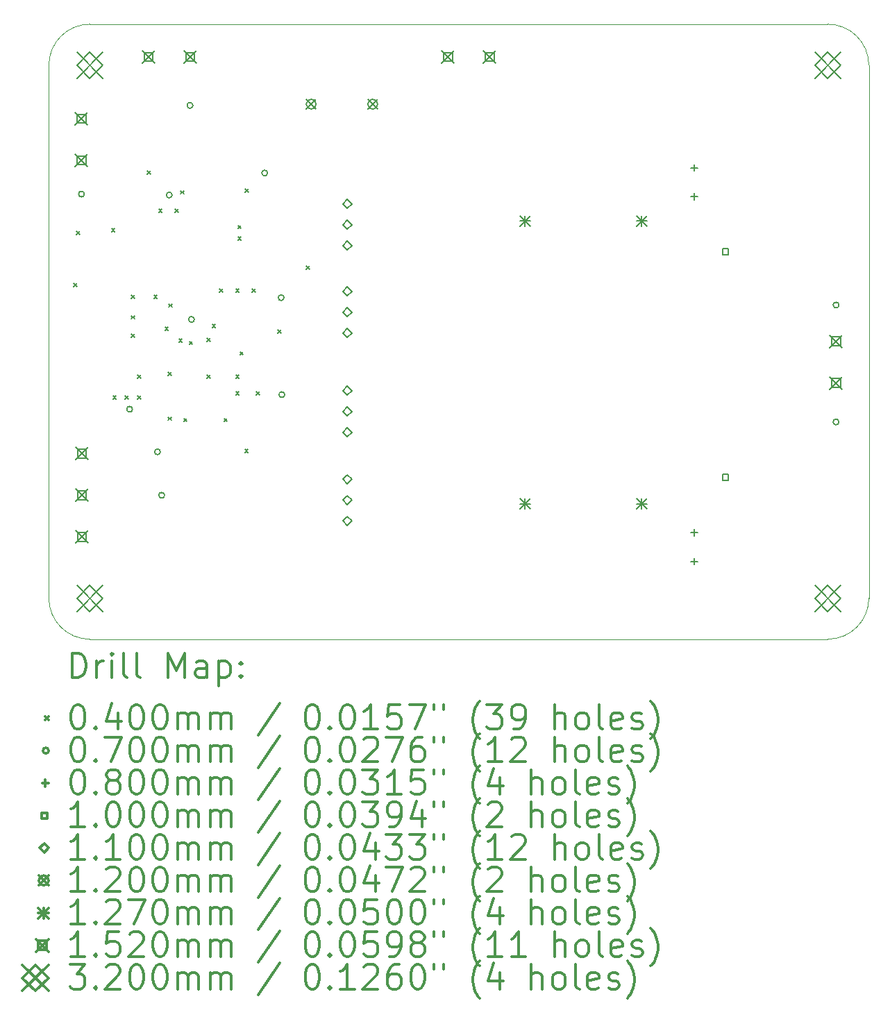
<source format=gbr>
%FSLAX45Y45*%
G04 Gerber Fmt 4.5, Leading zero omitted, Abs format (unit mm)*
G04 Created by KiCad (PCBNEW 5.1.10) date 2021-08-16 10:52:13*
%MOMM*%
%LPD*%
G01*
G04 APERTURE LIST*
%TA.AperFunction,Profile*%
%ADD10C,0.050000*%
%TD*%
%ADD11C,0.200000*%
%ADD12C,0.300000*%
G04 APERTURE END LIST*
D10*
X19500000Y-12750000D02*
G75*
G02*
X19000000Y-13250000I-500000J0D01*
G01*
X10000000Y-13250000D02*
G75*
G02*
X9500000Y-12750000I0J500000D01*
G01*
X9500000Y-6250000D02*
G75*
G02*
X10000000Y-5750000I500000J0D01*
G01*
X19000000Y-5750000D02*
G75*
G02*
X19500000Y-6250000I0J-500000D01*
G01*
X9500000Y-12750000D02*
X9500000Y-6250000D01*
X19000000Y-13250000D02*
X10000000Y-13250000D01*
X19500000Y-6250000D02*
X19500000Y-12750000D01*
X10000000Y-5750000D02*
X19000000Y-5750000D01*
D11*
X9805000Y-8909000D02*
X9845000Y-8949000D01*
X9845000Y-8909000D02*
X9805000Y-8949000D01*
X9837000Y-8278000D02*
X9877000Y-8318000D01*
X9877000Y-8278000D02*
X9837000Y-8318000D01*
X10265000Y-8242000D02*
X10305000Y-8282000D01*
X10305000Y-8242000D02*
X10265000Y-8282000D01*
X10282000Y-10280000D02*
X10322000Y-10320000D01*
X10322000Y-10280000D02*
X10282000Y-10320000D01*
X10430000Y-10280000D02*
X10470000Y-10320000D01*
X10470000Y-10280000D02*
X10430000Y-10320000D01*
X10505000Y-9055000D02*
X10545000Y-9095000D01*
X10545000Y-9055000D02*
X10505000Y-9095000D01*
X10505000Y-9305000D02*
X10545000Y-9345000D01*
X10545000Y-9305000D02*
X10505000Y-9345000D01*
X10505000Y-9530000D02*
X10545000Y-9570000D01*
X10545000Y-9530000D02*
X10505000Y-9570000D01*
X10580000Y-10030000D02*
X10620000Y-10070000D01*
X10620000Y-10030000D02*
X10580000Y-10070000D01*
X10580000Y-10280000D02*
X10620000Y-10320000D01*
X10620000Y-10280000D02*
X10580000Y-10320000D01*
X10699500Y-7540500D02*
X10739500Y-7580500D01*
X10739500Y-7540500D02*
X10699500Y-7580500D01*
X10780000Y-9055000D02*
X10820000Y-9095000D01*
X10820000Y-9055000D02*
X10780000Y-9095000D01*
X10840000Y-8005000D02*
X10880000Y-8045000D01*
X10880000Y-8005000D02*
X10840000Y-8045000D01*
X10916875Y-9441875D02*
X10956875Y-9481875D01*
X10956875Y-9441875D02*
X10916875Y-9481875D01*
X10954000Y-9993000D02*
X10994000Y-10033000D01*
X10994000Y-9993000D02*
X10954000Y-10033000D01*
X10955000Y-10540000D02*
X10995000Y-10580000D01*
X10995000Y-10540000D02*
X10955000Y-10580000D01*
X10960000Y-9160000D02*
X11000000Y-9200000D01*
X11000000Y-9160000D02*
X10960000Y-9200000D01*
X11040000Y-8005000D02*
X11080000Y-8045000D01*
X11080000Y-8005000D02*
X11040000Y-8045000D01*
X11085000Y-9590000D02*
X11125000Y-9630000D01*
X11125000Y-9590000D02*
X11085000Y-9630000D01*
X11105000Y-7780000D02*
X11145000Y-7820000D01*
X11145000Y-7780000D02*
X11105000Y-7820000D01*
X11145518Y-10557437D02*
X11185518Y-10597437D01*
X11185518Y-10557437D02*
X11145518Y-10597437D01*
X11212500Y-9617500D02*
X11252500Y-9657500D01*
X11252500Y-9617500D02*
X11212500Y-9657500D01*
X11430000Y-9580000D02*
X11470000Y-9620000D01*
X11470000Y-9580000D02*
X11430000Y-9620000D01*
X11430000Y-10030000D02*
X11470000Y-10070000D01*
X11470000Y-10030000D02*
X11430000Y-10070000D01*
X11492500Y-9407500D02*
X11532500Y-9447500D01*
X11532500Y-9407500D02*
X11492500Y-9447500D01*
X11580000Y-8980000D02*
X11620000Y-9020000D01*
X11620000Y-8980000D02*
X11580000Y-9020000D01*
X11635640Y-10556860D02*
X11675640Y-10596860D01*
X11675640Y-10556860D02*
X11635640Y-10596860D01*
X11780000Y-8980000D02*
X11820000Y-9020000D01*
X11820000Y-8980000D02*
X11780000Y-9020000D01*
X11780000Y-10030000D02*
X11820000Y-10070000D01*
X11820000Y-10030000D02*
X11780000Y-10070000D01*
X11780000Y-10230000D02*
X11820000Y-10270000D01*
X11820000Y-10230000D02*
X11780000Y-10270000D01*
X11805000Y-8202500D02*
X11845000Y-8242500D01*
X11845000Y-8202500D02*
X11805000Y-8242500D01*
X11805000Y-8342500D02*
X11845000Y-8382500D01*
X11845000Y-8342500D02*
X11805000Y-8382500D01*
X11830000Y-9745000D02*
X11870000Y-9785000D01*
X11870000Y-9745000D02*
X11830000Y-9785000D01*
X11890000Y-10936146D02*
X11930000Y-10976146D01*
X11930000Y-10936146D02*
X11890000Y-10976146D01*
X11892500Y-7757500D02*
X11932500Y-7797500D01*
X11932500Y-7757500D02*
X11892500Y-7797500D01*
X11980000Y-8980000D02*
X12020000Y-9020000D01*
X12020000Y-8980000D02*
X11980000Y-9020000D01*
X12030000Y-10230000D02*
X12070000Y-10270000D01*
X12070000Y-10230000D02*
X12030000Y-10270000D01*
X12290000Y-9480000D02*
X12330000Y-9520000D01*
X12330000Y-9480000D02*
X12290000Y-9520000D01*
X12640000Y-8697000D02*
X12680000Y-8737000D01*
X12680000Y-8697000D02*
X12640000Y-8737000D01*
X9932000Y-7822000D02*
G75*
G03*
X9932000Y-7822000I-35000J0D01*
G01*
X10520000Y-10445000D02*
G75*
G03*
X10520000Y-10445000I-35000J0D01*
G01*
X10860000Y-10965000D02*
G75*
G03*
X10860000Y-10965000I-35000J0D01*
G01*
X10910000Y-11495000D02*
G75*
G03*
X10910000Y-11495000I-35000J0D01*
G01*
X11002500Y-7832500D02*
G75*
G03*
X11002500Y-7832500I-35000J0D01*
G01*
X11256000Y-6740000D02*
G75*
G03*
X11256000Y-6740000I-35000J0D01*
G01*
X11275000Y-9350000D02*
G75*
G03*
X11275000Y-9350000I-35000J0D01*
G01*
X12167000Y-7565000D02*
G75*
G03*
X12167000Y-7565000I-35000J0D01*
G01*
X12367500Y-9085000D02*
G75*
G03*
X12367500Y-9085000I-35000J0D01*
G01*
X12375000Y-10267500D02*
G75*
G03*
X12375000Y-10267500I-35000J0D01*
G01*
X19135000Y-9175000D02*
G75*
G03*
X19135000Y-9175000I-35000J0D01*
G01*
X19135000Y-10600000D02*
G75*
G03*
X19135000Y-10600000I-35000J0D01*
G01*
X17370000Y-7460000D02*
X17370000Y-7540000D01*
X17330000Y-7500000D02*
X17410000Y-7500000D01*
X17370000Y-7810000D02*
X17370000Y-7890000D01*
X17330000Y-7850000D02*
X17410000Y-7850000D01*
X17370000Y-11910000D02*
X17370000Y-11990000D01*
X17330000Y-11950000D02*
X17410000Y-11950000D01*
X17370000Y-12260000D02*
X17370000Y-12340000D01*
X17330000Y-12300000D02*
X17410000Y-12300000D01*
X17785356Y-8560356D02*
X17785356Y-8489644D01*
X17714644Y-8489644D01*
X17714644Y-8560356D01*
X17785356Y-8560356D01*
X17785356Y-11310356D02*
X17785356Y-11239644D01*
X17714644Y-11239644D01*
X17714644Y-11310356D01*
X17785356Y-11310356D01*
X13140000Y-7995000D02*
X13195000Y-7940000D01*
X13140000Y-7885000D01*
X13085000Y-7940000D01*
X13140000Y-7995000D01*
X13140000Y-8249000D02*
X13195000Y-8194000D01*
X13140000Y-8139000D01*
X13085000Y-8194000D01*
X13140000Y-8249000D01*
X13140000Y-8503000D02*
X13195000Y-8448000D01*
X13140000Y-8393000D01*
X13085000Y-8448000D01*
X13140000Y-8503000D01*
X13140000Y-9065000D02*
X13195000Y-9010000D01*
X13140000Y-8955000D01*
X13085000Y-9010000D01*
X13140000Y-9065000D01*
X13140000Y-9319000D02*
X13195000Y-9264000D01*
X13140000Y-9209000D01*
X13085000Y-9264000D01*
X13140000Y-9319000D01*
X13140000Y-9573000D02*
X13195000Y-9518000D01*
X13140000Y-9463000D01*
X13085000Y-9518000D01*
X13140000Y-9573000D01*
X13140000Y-10275000D02*
X13195000Y-10220000D01*
X13140000Y-10165000D01*
X13085000Y-10220000D01*
X13140000Y-10275000D01*
X13140000Y-10529000D02*
X13195000Y-10474000D01*
X13140000Y-10419000D01*
X13085000Y-10474000D01*
X13140000Y-10529000D01*
X13140000Y-10783000D02*
X13195000Y-10728000D01*
X13140000Y-10673000D01*
X13085000Y-10728000D01*
X13140000Y-10783000D01*
X13140000Y-11355000D02*
X13195000Y-11300000D01*
X13140000Y-11245000D01*
X13085000Y-11300000D01*
X13140000Y-11355000D01*
X13140000Y-11609000D02*
X13195000Y-11554000D01*
X13140000Y-11499000D01*
X13085000Y-11554000D01*
X13140000Y-11609000D01*
X13140000Y-11863000D02*
X13195000Y-11808000D01*
X13140000Y-11753000D01*
X13085000Y-11808000D01*
X13140000Y-11863000D01*
X12640000Y-6665000D02*
X12760000Y-6785000D01*
X12760000Y-6665000D02*
X12640000Y-6785000D01*
X12760000Y-6725000D02*
G75*
G03*
X12760000Y-6725000I-60000J0D01*
G01*
X13390000Y-6665000D02*
X13510000Y-6785000D01*
X13510000Y-6665000D02*
X13390000Y-6785000D01*
X13510000Y-6725000D02*
G75*
G03*
X13510000Y-6725000I-60000J0D01*
G01*
X15245300Y-8086500D02*
X15372300Y-8213500D01*
X15372300Y-8086500D02*
X15245300Y-8213500D01*
X15308800Y-8086500D02*
X15308800Y-8213500D01*
X15245300Y-8150000D02*
X15372300Y-8150000D01*
X15245300Y-11536500D02*
X15372300Y-11663500D01*
X15372300Y-11536500D02*
X15245300Y-11663500D01*
X15308800Y-11536500D02*
X15308800Y-11663500D01*
X15245300Y-11600000D02*
X15372300Y-11600000D01*
X16667700Y-8086500D02*
X16794700Y-8213500D01*
X16794700Y-8086500D02*
X16667700Y-8213500D01*
X16731200Y-8086500D02*
X16731200Y-8213500D01*
X16667700Y-8150000D02*
X16794700Y-8150000D01*
X16667700Y-11536500D02*
X16794700Y-11663500D01*
X16794700Y-11536500D02*
X16667700Y-11663500D01*
X16731200Y-11536500D02*
X16731200Y-11663500D01*
X16667700Y-11600000D02*
X16794700Y-11600000D01*
X9821500Y-6826000D02*
X9973500Y-6978000D01*
X9973500Y-6826000D02*
X9821500Y-6978000D01*
X9951241Y-6955741D02*
X9951241Y-6848259D01*
X9843759Y-6848259D01*
X9843759Y-6955741D01*
X9951241Y-6955741D01*
X9821500Y-7334000D02*
X9973500Y-7486000D01*
X9973500Y-7334000D02*
X9821500Y-7486000D01*
X9951241Y-7463741D02*
X9951241Y-7356259D01*
X9843759Y-7356259D01*
X9843759Y-7463741D01*
X9951241Y-7463741D01*
X9826500Y-10911000D02*
X9978500Y-11063000D01*
X9978500Y-10911000D02*
X9826500Y-11063000D01*
X9956241Y-11040741D02*
X9956241Y-10933259D01*
X9848759Y-10933259D01*
X9848759Y-11040741D01*
X9956241Y-11040741D01*
X9826500Y-11419000D02*
X9978500Y-11571000D01*
X9978500Y-11419000D02*
X9826500Y-11571000D01*
X9956241Y-11548741D02*
X9956241Y-11441259D01*
X9848759Y-11441259D01*
X9848759Y-11548741D01*
X9956241Y-11548741D01*
X9826500Y-11927000D02*
X9978500Y-12079000D01*
X9978500Y-11927000D02*
X9826500Y-12079000D01*
X9956241Y-12056741D02*
X9956241Y-11949259D01*
X9848759Y-11949259D01*
X9848759Y-12056741D01*
X9956241Y-12056741D01*
X10641000Y-6074000D02*
X10793000Y-6226000D01*
X10793000Y-6074000D02*
X10641000Y-6226000D01*
X10770741Y-6203741D02*
X10770741Y-6096259D01*
X10663259Y-6096259D01*
X10663259Y-6203741D01*
X10770741Y-6203741D01*
X11149000Y-6074000D02*
X11301000Y-6226000D01*
X11301000Y-6074000D02*
X11149000Y-6226000D01*
X11278741Y-6203741D02*
X11278741Y-6096259D01*
X11171259Y-6096259D01*
X11171259Y-6203741D01*
X11278741Y-6203741D01*
X14291000Y-6074000D02*
X14443000Y-6226000D01*
X14443000Y-6074000D02*
X14291000Y-6226000D01*
X14420741Y-6203741D02*
X14420741Y-6096259D01*
X14313259Y-6096259D01*
X14313259Y-6203741D01*
X14420741Y-6203741D01*
X14799000Y-6074000D02*
X14951000Y-6226000D01*
X14951000Y-6074000D02*
X14799000Y-6226000D01*
X14928741Y-6203741D02*
X14928741Y-6096259D01*
X14821259Y-6096259D01*
X14821259Y-6203741D01*
X14928741Y-6203741D01*
X19024000Y-9541000D02*
X19176000Y-9693000D01*
X19176000Y-9541000D02*
X19024000Y-9693000D01*
X19153741Y-9670741D02*
X19153741Y-9563259D01*
X19046259Y-9563259D01*
X19046259Y-9670741D01*
X19153741Y-9670741D01*
X19024000Y-10049000D02*
X19176000Y-10201000D01*
X19176000Y-10049000D02*
X19024000Y-10201000D01*
X19153741Y-10178741D02*
X19153741Y-10071259D01*
X19046259Y-10071259D01*
X19046259Y-10178741D01*
X19153741Y-10178741D01*
X9840000Y-6090000D02*
X10160000Y-6410000D01*
X10160000Y-6090000D02*
X9840000Y-6410000D01*
X10000000Y-6410000D02*
X10160000Y-6250000D01*
X10000000Y-6090000D01*
X9840000Y-6250000D01*
X10000000Y-6410000D01*
X9840000Y-12590000D02*
X10160000Y-12910000D01*
X10160000Y-12590000D02*
X9840000Y-12910000D01*
X10000000Y-12910000D02*
X10160000Y-12750000D01*
X10000000Y-12590000D01*
X9840000Y-12750000D01*
X10000000Y-12910000D01*
X18840000Y-6090000D02*
X19160000Y-6410000D01*
X19160000Y-6090000D02*
X18840000Y-6410000D01*
X19000000Y-6410000D02*
X19160000Y-6250000D01*
X19000000Y-6090000D01*
X18840000Y-6250000D01*
X19000000Y-6410000D01*
X18840000Y-12590000D02*
X19160000Y-12910000D01*
X19160000Y-12590000D02*
X18840000Y-12910000D01*
X19000000Y-12910000D02*
X19160000Y-12750000D01*
X19000000Y-12590000D01*
X18840000Y-12750000D01*
X19000000Y-12910000D01*
D12*
X9783928Y-13718214D02*
X9783928Y-13418214D01*
X9855357Y-13418214D01*
X9898214Y-13432500D01*
X9926786Y-13461071D01*
X9941071Y-13489643D01*
X9955357Y-13546786D01*
X9955357Y-13589643D01*
X9941071Y-13646786D01*
X9926786Y-13675357D01*
X9898214Y-13703929D01*
X9855357Y-13718214D01*
X9783928Y-13718214D01*
X10083928Y-13718214D02*
X10083928Y-13518214D01*
X10083928Y-13575357D02*
X10098214Y-13546786D01*
X10112500Y-13532500D01*
X10141071Y-13518214D01*
X10169643Y-13518214D01*
X10269643Y-13718214D02*
X10269643Y-13518214D01*
X10269643Y-13418214D02*
X10255357Y-13432500D01*
X10269643Y-13446786D01*
X10283928Y-13432500D01*
X10269643Y-13418214D01*
X10269643Y-13446786D01*
X10455357Y-13718214D02*
X10426786Y-13703929D01*
X10412500Y-13675357D01*
X10412500Y-13418214D01*
X10612500Y-13718214D02*
X10583928Y-13703929D01*
X10569643Y-13675357D01*
X10569643Y-13418214D01*
X10955357Y-13718214D02*
X10955357Y-13418214D01*
X11055357Y-13632500D01*
X11155357Y-13418214D01*
X11155357Y-13718214D01*
X11426786Y-13718214D02*
X11426786Y-13561071D01*
X11412500Y-13532500D01*
X11383928Y-13518214D01*
X11326786Y-13518214D01*
X11298214Y-13532500D01*
X11426786Y-13703929D02*
X11398214Y-13718214D01*
X11326786Y-13718214D01*
X11298214Y-13703929D01*
X11283928Y-13675357D01*
X11283928Y-13646786D01*
X11298214Y-13618214D01*
X11326786Y-13603929D01*
X11398214Y-13603929D01*
X11426786Y-13589643D01*
X11569643Y-13518214D02*
X11569643Y-13818214D01*
X11569643Y-13532500D02*
X11598214Y-13518214D01*
X11655357Y-13518214D01*
X11683928Y-13532500D01*
X11698214Y-13546786D01*
X11712500Y-13575357D01*
X11712500Y-13661071D01*
X11698214Y-13689643D01*
X11683928Y-13703929D01*
X11655357Y-13718214D01*
X11598214Y-13718214D01*
X11569643Y-13703929D01*
X11841071Y-13689643D02*
X11855357Y-13703929D01*
X11841071Y-13718214D01*
X11826786Y-13703929D01*
X11841071Y-13689643D01*
X11841071Y-13718214D01*
X11841071Y-13532500D02*
X11855357Y-13546786D01*
X11841071Y-13561071D01*
X11826786Y-13546786D01*
X11841071Y-13532500D01*
X11841071Y-13561071D01*
X9457500Y-14192500D02*
X9497500Y-14232500D01*
X9497500Y-14192500D02*
X9457500Y-14232500D01*
X9841071Y-14048214D02*
X9869643Y-14048214D01*
X9898214Y-14062500D01*
X9912500Y-14076786D01*
X9926786Y-14105357D01*
X9941071Y-14162500D01*
X9941071Y-14233929D01*
X9926786Y-14291071D01*
X9912500Y-14319643D01*
X9898214Y-14333929D01*
X9869643Y-14348214D01*
X9841071Y-14348214D01*
X9812500Y-14333929D01*
X9798214Y-14319643D01*
X9783928Y-14291071D01*
X9769643Y-14233929D01*
X9769643Y-14162500D01*
X9783928Y-14105357D01*
X9798214Y-14076786D01*
X9812500Y-14062500D01*
X9841071Y-14048214D01*
X10069643Y-14319643D02*
X10083928Y-14333929D01*
X10069643Y-14348214D01*
X10055357Y-14333929D01*
X10069643Y-14319643D01*
X10069643Y-14348214D01*
X10341071Y-14148214D02*
X10341071Y-14348214D01*
X10269643Y-14033929D02*
X10198214Y-14248214D01*
X10383928Y-14248214D01*
X10555357Y-14048214D02*
X10583928Y-14048214D01*
X10612500Y-14062500D01*
X10626786Y-14076786D01*
X10641071Y-14105357D01*
X10655357Y-14162500D01*
X10655357Y-14233929D01*
X10641071Y-14291071D01*
X10626786Y-14319643D01*
X10612500Y-14333929D01*
X10583928Y-14348214D01*
X10555357Y-14348214D01*
X10526786Y-14333929D01*
X10512500Y-14319643D01*
X10498214Y-14291071D01*
X10483928Y-14233929D01*
X10483928Y-14162500D01*
X10498214Y-14105357D01*
X10512500Y-14076786D01*
X10526786Y-14062500D01*
X10555357Y-14048214D01*
X10841071Y-14048214D02*
X10869643Y-14048214D01*
X10898214Y-14062500D01*
X10912500Y-14076786D01*
X10926786Y-14105357D01*
X10941071Y-14162500D01*
X10941071Y-14233929D01*
X10926786Y-14291071D01*
X10912500Y-14319643D01*
X10898214Y-14333929D01*
X10869643Y-14348214D01*
X10841071Y-14348214D01*
X10812500Y-14333929D01*
X10798214Y-14319643D01*
X10783928Y-14291071D01*
X10769643Y-14233929D01*
X10769643Y-14162500D01*
X10783928Y-14105357D01*
X10798214Y-14076786D01*
X10812500Y-14062500D01*
X10841071Y-14048214D01*
X11069643Y-14348214D02*
X11069643Y-14148214D01*
X11069643Y-14176786D02*
X11083928Y-14162500D01*
X11112500Y-14148214D01*
X11155357Y-14148214D01*
X11183928Y-14162500D01*
X11198214Y-14191071D01*
X11198214Y-14348214D01*
X11198214Y-14191071D02*
X11212500Y-14162500D01*
X11241071Y-14148214D01*
X11283928Y-14148214D01*
X11312500Y-14162500D01*
X11326786Y-14191071D01*
X11326786Y-14348214D01*
X11469643Y-14348214D02*
X11469643Y-14148214D01*
X11469643Y-14176786D02*
X11483928Y-14162500D01*
X11512500Y-14148214D01*
X11555357Y-14148214D01*
X11583928Y-14162500D01*
X11598214Y-14191071D01*
X11598214Y-14348214D01*
X11598214Y-14191071D02*
X11612500Y-14162500D01*
X11641071Y-14148214D01*
X11683928Y-14148214D01*
X11712500Y-14162500D01*
X11726786Y-14191071D01*
X11726786Y-14348214D01*
X12312500Y-14033929D02*
X12055357Y-14419643D01*
X12698214Y-14048214D02*
X12726786Y-14048214D01*
X12755357Y-14062500D01*
X12769643Y-14076786D01*
X12783928Y-14105357D01*
X12798214Y-14162500D01*
X12798214Y-14233929D01*
X12783928Y-14291071D01*
X12769643Y-14319643D01*
X12755357Y-14333929D01*
X12726786Y-14348214D01*
X12698214Y-14348214D01*
X12669643Y-14333929D01*
X12655357Y-14319643D01*
X12641071Y-14291071D01*
X12626786Y-14233929D01*
X12626786Y-14162500D01*
X12641071Y-14105357D01*
X12655357Y-14076786D01*
X12669643Y-14062500D01*
X12698214Y-14048214D01*
X12926786Y-14319643D02*
X12941071Y-14333929D01*
X12926786Y-14348214D01*
X12912500Y-14333929D01*
X12926786Y-14319643D01*
X12926786Y-14348214D01*
X13126786Y-14048214D02*
X13155357Y-14048214D01*
X13183928Y-14062500D01*
X13198214Y-14076786D01*
X13212500Y-14105357D01*
X13226786Y-14162500D01*
X13226786Y-14233929D01*
X13212500Y-14291071D01*
X13198214Y-14319643D01*
X13183928Y-14333929D01*
X13155357Y-14348214D01*
X13126786Y-14348214D01*
X13098214Y-14333929D01*
X13083928Y-14319643D01*
X13069643Y-14291071D01*
X13055357Y-14233929D01*
X13055357Y-14162500D01*
X13069643Y-14105357D01*
X13083928Y-14076786D01*
X13098214Y-14062500D01*
X13126786Y-14048214D01*
X13512500Y-14348214D02*
X13341071Y-14348214D01*
X13426786Y-14348214D02*
X13426786Y-14048214D01*
X13398214Y-14091071D01*
X13369643Y-14119643D01*
X13341071Y-14133929D01*
X13783928Y-14048214D02*
X13641071Y-14048214D01*
X13626786Y-14191071D01*
X13641071Y-14176786D01*
X13669643Y-14162500D01*
X13741071Y-14162500D01*
X13769643Y-14176786D01*
X13783928Y-14191071D01*
X13798214Y-14219643D01*
X13798214Y-14291071D01*
X13783928Y-14319643D01*
X13769643Y-14333929D01*
X13741071Y-14348214D01*
X13669643Y-14348214D01*
X13641071Y-14333929D01*
X13626786Y-14319643D01*
X13898214Y-14048214D02*
X14098214Y-14048214D01*
X13969643Y-14348214D01*
X14198214Y-14048214D02*
X14198214Y-14105357D01*
X14312500Y-14048214D02*
X14312500Y-14105357D01*
X14755357Y-14462500D02*
X14741071Y-14448214D01*
X14712500Y-14405357D01*
X14698214Y-14376786D01*
X14683928Y-14333929D01*
X14669643Y-14262500D01*
X14669643Y-14205357D01*
X14683928Y-14133929D01*
X14698214Y-14091071D01*
X14712500Y-14062500D01*
X14741071Y-14019643D01*
X14755357Y-14005357D01*
X14841071Y-14048214D02*
X15026786Y-14048214D01*
X14926786Y-14162500D01*
X14969643Y-14162500D01*
X14998214Y-14176786D01*
X15012500Y-14191071D01*
X15026786Y-14219643D01*
X15026786Y-14291071D01*
X15012500Y-14319643D01*
X14998214Y-14333929D01*
X14969643Y-14348214D01*
X14883928Y-14348214D01*
X14855357Y-14333929D01*
X14841071Y-14319643D01*
X15169643Y-14348214D02*
X15226786Y-14348214D01*
X15255357Y-14333929D01*
X15269643Y-14319643D01*
X15298214Y-14276786D01*
X15312500Y-14219643D01*
X15312500Y-14105357D01*
X15298214Y-14076786D01*
X15283928Y-14062500D01*
X15255357Y-14048214D01*
X15198214Y-14048214D01*
X15169643Y-14062500D01*
X15155357Y-14076786D01*
X15141071Y-14105357D01*
X15141071Y-14176786D01*
X15155357Y-14205357D01*
X15169643Y-14219643D01*
X15198214Y-14233929D01*
X15255357Y-14233929D01*
X15283928Y-14219643D01*
X15298214Y-14205357D01*
X15312500Y-14176786D01*
X15669643Y-14348214D02*
X15669643Y-14048214D01*
X15798214Y-14348214D02*
X15798214Y-14191071D01*
X15783928Y-14162500D01*
X15755357Y-14148214D01*
X15712500Y-14148214D01*
X15683928Y-14162500D01*
X15669643Y-14176786D01*
X15983928Y-14348214D02*
X15955357Y-14333929D01*
X15941071Y-14319643D01*
X15926786Y-14291071D01*
X15926786Y-14205357D01*
X15941071Y-14176786D01*
X15955357Y-14162500D01*
X15983928Y-14148214D01*
X16026786Y-14148214D01*
X16055357Y-14162500D01*
X16069643Y-14176786D01*
X16083928Y-14205357D01*
X16083928Y-14291071D01*
X16069643Y-14319643D01*
X16055357Y-14333929D01*
X16026786Y-14348214D01*
X15983928Y-14348214D01*
X16255357Y-14348214D02*
X16226786Y-14333929D01*
X16212500Y-14305357D01*
X16212500Y-14048214D01*
X16483928Y-14333929D02*
X16455357Y-14348214D01*
X16398214Y-14348214D01*
X16369643Y-14333929D01*
X16355357Y-14305357D01*
X16355357Y-14191071D01*
X16369643Y-14162500D01*
X16398214Y-14148214D01*
X16455357Y-14148214D01*
X16483928Y-14162500D01*
X16498214Y-14191071D01*
X16498214Y-14219643D01*
X16355357Y-14248214D01*
X16612500Y-14333929D02*
X16641071Y-14348214D01*
X16698214Y-14348214D01*
X16726786Y-14333929D01*
X16741071Y-14305357D01*
X16741071Y-14291071D01*
X16726786Y-14262500D01*
X16698214Y-14248214D01*
X16655357Y-14248214D01*
X16626786Y-14233929D01*
X16612500Y-14205357D01*
X16612500Y-14191071D01*
X16626786Y-14162500D01*
X16655357Y-14148214D01*
X16698214Y-14148214D01*
X16726786Y-14162500D01*
X16841071Y-14462500D02*
X16855357Y-14448214D01*
X16883928Y-14405357D01*
X16898214Y-14376786D01*
X16912500Y-14333929D01*
X16926786Y-14262500D01*
X16926786Y-14205357D01*
X16912500Y-14133929D01*
X16898214Y-14091071D01*
X16883928Y-14062500D01*
X16855357Y-14019643D01*
X16841071Y-14005357D01*
X9497500Y-14608500D02*
G75*
G03*
X9497500Y-14608500I-35000J0D01*
G01*
X9841071Y-14444214D02*
X9869643Y-14444214D01*
X9898214Y-14458500D01*
X9912500Y-14472786D01*
X9926786Y-14501357D01*
X9941071Y-14558500D01*
X9941071Y-14629929D01*
X9926786Y-14687071D01*
X9912500Y-14715643D01*
X9898214Y-14729929D01*
X9869643Y-14744214D01*
X9841071Y-14744214D01*
X9812500Y-14729929D01*
X9798214Y-14715643D01*
X9783928Y-14687071D01*
X9769643Y-14629929D01*
X9769643Y-14558500D01*
X9783928Y-14501357D01*
X9798214Y-14472786D01*
X9812500Y-14458500D01*
X9841071Y-14444214D01*
X10069643Y-14715643D02*
X10083928Y-14729929D01*
X10069643Y-14744214D01*
X10055357Y-14729929D01*
X10069643Y-14715643D01*
X10069643Y-14744214D01*
X10183928Y-14444214D02*
X10383928Y-14444214D01*
X10255357Y-14744214D01*
X10555357Y-14444214D02*
X10583928Y-14444214D01*
X10612500Y-14458500D01*
X10626786Y-14472786D01*
X10641071Y-14501357D01*
X10655357Y-14558500D01*
X10655357Y-14629929D01*
X10641071Y-14687071D01*
X10626786Y-14715643D01*
X10612500Y-14729929D01*
X10583928Y-14744214D01*
X10555357Y-14744214D01*
X10526786Y-14729929D01*
X10512500Y-14715643D01*
X10498214Y-14687071D01*
X10483928Y-14629929D01*
X10483928Y-14558500D01*
X10498214Y-14501357D01*
X10512500Y-14472786D01*
X10526786Y-14458500D01*
X10555357Y-14444214D01*
X10841071Y-14444214D02*
X10869643Y-14444214D01*
X10898214Y-14458500D01*
X10912500Y-14472786D01*
X10926786Y-14501357D01*
X10941071Y-14558500D01*
X10941071Y-14629929D01*
X10926786Y-14687071D01*
X10912500Y-14715643D01*
X10898214Y-14729929D01*
X10869643Y-14744214D01*
X10841071Y-14744214D01*
X10812500Y-14729929D01*
X10798214Y-14715643D01*
X10783928Y-14687071D01*
X10769643Y-14629929D01*
X10769643Y-14558500D01*
X10783928Y-14501357D01*
X10798214Y-14472786D01*
X10812500Y-14458500D01*
X10841071Y-14444214D01*
X11069643Y-14744214D02*
X11069643Y-14544214D01*
X11069643Y-14572786D02*
X11083928Y-14558500D01*
X11112500Y-14544214D01*
X11155357Y-14544214D01*
X11183928Y-14558500D01*
X11198214Y-14587071D01*
X11198214Y-14744214D01*
X11198214Y-14587071D02*
X11212500Y-14558500D01*
X11241071Y-14544214D01*
X11283928Y-14544214D01*
X11312500Y-14558500D01*
X11326786Y-14587071D01*
X11326786Y-14744214D01*
X11469643Y-14744214D02*
X11469643Y-14544214D01*
X11469643Y-14572786D02*
X11483928Y-14558500D01*
X11512500Y-14544214D01*
X11555357Y-14544214D01*
X11583928Y-14558500D01*
X11598214Y-14587071D01*
X11598214Y-14744214D01*
X11598214Y-14587071D02*
X11612500Y-14558500D01*
X11641071Y-14544214D01*
X11683928Y-14544214D01*
X11712500Y-14558500D01*
X11726786Y-14587071D01*
X11726786Y-14744214D01*
X12312500Y-14429929D02*
X12055357Y-14815643D01*
X12698214Y-14444214D02*
X12726786Y-14444214D01*
X12755357Y-14458500D01*
X12769643Y-14472786D01*
X12783928Y-14501357D01*
X12798214Y-14558500D01*
X12798214Y-14629929D01*
X12783928Y-14687071D01*
X12769643Y-14715643D01*
X12755357Y-14729929D01*
X12726786Y-14744214D01*
X12698214Y-14744214D01*
X12669643Y-14729929D01*
X12655357Y-14715643D01*
X12641071Y-14687071D01*
X12626786Y-14629929D01*
X12626786Y-14558500D01*
X12641071Y-14501357D01*
X12655357Y-14472786D01*
X12669643Y-14458500D01*
X12698214Y-14444214D01*
X12926786Y-14715643D02*
X12941071Y-14729929D01*
X12926786Y-14744214D01*
X12912500Y-14729929D01*
X12926786Y-14715643D01*
X12926786Y-14744214D01*
X13126786Y-14444214D02*
X13155357Y-14444214D01*
X13183928Y-14458500D01*
X13198214Y-14472786D01*
X13212500Y-14501357D01*
X13226786Y-14558500D01*
X13226786Y-14629929D01*
X13212500Y-14687071D01*
X13198214Y-14715643D01*
X13183928Y-14729929D01*
X13155357Y-14744214D01*
X13126786Y-14744214D01*
X13098214Y-14729929D01*
X13083928Y-14715643D01*
X13069643Y-14687071D01*
X13055357Y-14629929D01*
X13055357Y-14558500D01*
X13069643Y-14501357D01*
X13083928Y-14472786D01*
X13098214Y-14458500D01*
X13126786Y-14444214D01*
X13341071Y-14472786D02*
X13355357Y-14458500D01*
X13383928Y-14444214D01*
X13455357Y-14444214D01*
X13483928Y-14458500D01*
X13498214Y-14472786D01*
X13512500Y-14501357D01*
X13512500Y-14529929D01*
X13498214Y-14572786D01*
X13326786Y-14744214D01*
X13512500Y-14744214D01*
X13612500Y-14444214D02*
X13812500Y-14444214D01*
X13683928Y-14744214D01*
X14055357Y-14444214D02*
X13998214Y-14444214D01*
X13969643Y-14458500D01*
X13955357Y-14472786D01*
X13926786Y-14515643D01*
X13912500Y-14572786D01*
X13912500Y-14687071D01*
X13926786Y-14715643D01*
X13941071Y-14729929D01*
X13969643Y-14744214D01*
X14026786Y-14744214D01*
X14055357Y-14729929D01*
X14069643Y-14715643D01*
X14083928Y-14687071D01*
X14083928Y-14615643D01*
X14069643Y-14587071D01*
X14055357Y-14572786D01*
X14026786Y-14558500D01*
X13969643Y-14558500D01*
X13941071Y-14572786D01*
X13926786Y-14587071D01*
X13912500Y-14615643D01*
X14198214Y-14444214D02*
X14198214Y-14501357D01*
X14312500Y-14444214D02*
X14312500Y-14501357D01*
X14755357Y-14858500D02*
X14741071Y-14844214D01*
X14712500Y-14801357D01*
X14698214Y-14772786D01*
X14683928Y-14729929D01*
X14669643Y-14658500D01*
X14669643Y-14601357D01*
X14683928Y-14529929D01*
X14698214Y-14487071D01*
X14712500Y-14458500D01*
X14741071Y-14415643D01*
X14755357Y-14401357D01*
X15026786Y-14744214D02*
X14855357Y-14744214D01*
X14941071Y-14744214D02*
X14941071Y-14444214D01*
X14912500Y-14487071D01*
X14883928Y-14515643D01*
X14855357Y-14529929D01*
X15141071Y-14472786D02*
X15155357Y-14458500D01*
X15183928Y-14444214D01*
X15255357Y-14444214D01*
X15283928Y-14458500D01*
X15298214Y-14472786D01*
X15312500Y-14501357D01*
X15312500Y-14529929D01*
X15298214Y-14572786D01*
X15126786Y-14744214D01*
X15312500Y-14744214D01*
X15669643Y-14744214D02*
X15669643Y-14444214D01*
X15798214Y-14744214D02*
X15798214Y-14587071D01*
X15783928Y-14558500D01*
X15755357Y-14544214D01*
X15712500Y-14544214D01*
X15683928Y-14558500D01*
X15669643Y-14572786D01*
X15983928Y-14744214D02*
X15955357Y-14729929D01*
X15941071Y-14715643D01*
X15926786Y-14687071D01*
X15926786Y-14601357D01*
X15941071Y-14572786D01*
X15955357Y-14558500D01*
X15983928Y-14544214D01*
X16026786Y-14544214D01*
X16055357Y-14558500D01*
X16069643Y-14572786D01*
X16083928Y-14601357D01*
X16083928Y-14687071D01*
X16069643Y-14715643D01*
X16055357Y-14729929D01*
X16026786Y-14744214D01*
X15983928Y-14744214D01*
X16255357Y-14744214D02*
X16226786Y-14729929D01*
X16212500Y-14701357D01*
X16212500Y-14444214D01*
X16483928Y-14729929D02*
X16455357Y-14744214D01*
X16398214Y-14744214D01*
X16369643Y-14729929D01*
X16355357Y-14701357D01*
X16355357Y-14587071D01*
X16369643Y-14558500D01*
X16398214Y-14544214D01*
X16455357Y-14544214D01*
X16483928Y-14558500D01*
X16498214Y-14587071D01*
X16498214Y-14615643D01*
X16355357Y-14644214D01*
X16612500Y-14729929D02*
X16641071Y-14744214D01*
X16698214Y-14744214D01*
X16726786Y-14729929D01*
X16741071Y-14701357D01*
X16741071Y-14687071D01*
X16726786Y-14658500D01*
X16698214Y-14644214D01*
X16655357Y-14644214D01*
X16626786Y-14629929D01*
X16612500Y-14601357D01*
X16612500Y-14587071D01*
X16626786Y-14558500D01*
X16655357Y-14544214D01*
X16698214Y-14544214D01*
X16726786Y-14558500D01*
X16841071Y-14858500D02*
X16855357Y-14844214D01*
X16883928Y-14801357D01*
X16898214Y-14772786D01*
X16912500Y-14729929D01*
X16926786Y-14658500D01*
X16926786Y-14601357D01*
X16912500Y-14529929D01*
X16898214Y-14487071D01*
X16883928Y-14458500D01*
X16855357Y-14415643D01*
X16841071Y-14401357D01*
X9457500Y-14964500D02*
X9457500Y-15044500D01*
X9417500Y-15004500D02*
X9497500Y-15004500D01*
X9841071Y-14840214D02*
X9869643Y-14840214D01*
X9898214Y-14854500D01*
X9912500Y-14868786D01*
X9926786Y-14897357D01*
X9941071Y-14954500D01*
X9941071Y-15025929D01*
X9926786Y-15083071D01*
X9912500Y-15111643D01*
X9898214Y-15125929D01*
X9869643Y-15140214D01*
X9841071Y-15140214D01*
X9812500Y-15125929D01*
X9798214Y-15111643D01*
X9783928Y-15083071D01*
X9769643Y-15025929D01*
X9769643Y-14954500D01*
X9783928Y-14897357D01*
X9798214Y-14868786D01*
X9812500Y-14854500D01*
X9841071Y-14840214D01*
X10069643Y-15111643D02*
X10083928Y-15125929D01*
X10069643Y-15140214D01*
X10055357Y-15125929D01*
X10069643Y-15111643D01*
X10069643Y-15140214D01*
X10255357Y-14968786D02*
X10226786Y-14954500D01*
X10212500Y-14940214D01*
X10198214Y-14911643D01*
X10198214Y-14897357D01*
X10212500Y-14868786D01*
X10226786Y-14854500D01*
X10255357Y-14840214D01*
X10312500Y-14840214D01*
X10341071Y-14854500D01*
X10355357Y-14868786D01*
X10369643Y-14897357D01*
X10369643Y-14911643D01*
X10355357Y-14940214D01*
X10341071Y-14954500D01*
X10312500Y-14968786D01*
X10255357Y-14968786D01*
X10226786Y-14983071D01*
X10212500Y-14997357D01*
X10198214Y-15025929D01*
X10198214Y-15083071D01*
X10212500Y-15111643D01*
X10226786Y-15125929D01*
X10255357Y-15140214D01*
X10312500Y-15140214D01*
X10341071Y-15125929D01*
X10355357Y-15111643D01*
X10369643Y-15083071D01*
X10369643Y-15025929D01*
X10355357Y-14997357D01*
X10341071Y-14983071D01*
X10312500Y-14968786D01*
X10555357Y-14840214D02*
X10583928Y-14840214D01*
X10612500Y-14854500D01*
X10626786Y-14868786D01*
X10641071Y-14897357D01*
X10655357Y-14954500D01*
X10655357Y-15025929D01*
X10641071Y-15083071D01*
X10626786Y-15111643D01*
X10612500Y-15125929D01*
X10583928Y-15140214D01*
X10555357Y-15140214D01*
X10526786Y-15125929D01*
X10512500Y-15111643D01*
X10498214Y-15083071D01*
X10483928Y-15025929D01*
X10483928Y-14954500D01*
X10498214Y-14897357D01*
X10512500Y-14868786D01*
X10526786Y-14854500D01*
X10555357Y-14840214D01*
X10841071Y-14840214D02*
X10869643Y-14840214D01*
X10898214Y-14854500D01*
X10912500Y-14868786D01*
X10926786Y-14897357D01*
X10941071Y-14954500D01*
X10941071Y-15025929D01*
X10926786Y-15083071D01*
X10912500Y-15111643D01*
X10898214Y-15125929D01*
X10869643Y-15140214D01*
X10841071Y-15140214D01*
X10812500Y-15125929D01*
X10798214Y-15111643D01*
X10783928Y-15083071D01*
X10769643Y-15025929D01*
X10769643Y-14954500D01*
X10783928Y-14897357D01*
X10798214Y-14868786D01*
X10812500Y-14854500D01*
X10841071Y-14840214D01*
X11069643Y-15140214D02*
X11069643Y-14940214D01*
X11069643Y-14968786D02*
X11083928Y-14954500D01*
X11112500Y-14940214D01*
X11155357Y-14940214D01*
X11183928Y-14954500D01*
X11198214Y-14983071D01*
X11198214Y-15140214D01*
X11198214Y-14983071D02*
X11212500Y-14954500D01*
X11241071Y-14940214D01*
X11283928Y-14940214D01*
X11312500Y-14954500D01*
X11326786Y-14983071D01*
X11326786Y-15140214D01*
X11469643Y-15140214D02*
X11469643Y-14940214D01*
X11469643Y-14968786D02*
X11483928Y-14954500D01*
X11512500Y-14940214D01*
X11555357Y-14940214D01*
X11583928Y-14954500D01*
X11598214Y-14983071D01*
X11598214Y-15140214D01*
X11598214Y-14983071D02*
X11612500Y-14954500D01*
X11641071Y-14940214D01*
X11683928Y-14940214D01*
X11712500Y-14954500D01*
X11726786Y-14983071D01*
X11726786Y-15140214D01*
X12312500Y-14825929D02*
X12055357Y-15211643D01*
X12698214Y-14840214D02*
X12726786Y-14840214D01*
X12755357Y-14854500D01*
X12769643Y-14868786D01*
X12783928Y-14897357D01*
X12798214Y-14954500D01*
X12798214Y-15025929D01*
X12783928Y-15083071D01*
X12769643Y-15111643D01*
X12755357Y-15125929D01*
X12726786Y-15140214D01*
X12698214Y-15140214D01*
X12669643Y-15125929D01*
X12655357Y-15111643D01*
X12641071Y-15083071D01*
X12626786Y-15025929D01*
X12626786Y-14954500D01*
X12641071Y-14897357D01*
X12655357Y-14868786D01*
X12669643Y-14854500D01*
X12698214Y-14840214D01*
X12926786Y-15111643D02*
X12941071Y-15125929D01*
X12926786Y-15140214D01*
X12912500Y-15125929D01*
X12926786Y-15111643D01*
X12926786Y-15140214D01*
X13126786Y-14840214D02*
X13155357Y-14840214D01*
X13183928Y-14854500D01*
X13198214Y-14868786D01*
X13212500Y-14897357D01*
X13226786Y-14954500D01*
X13226786Y-15025929D01*
X13212500Y-15083071D01*
X13198214Y-15111643D01*
X13183928Y-15125929D01*
X13155357Y-15140214D01*
X13126786Y-15140214D01*
X13098214Y-15125929D01*
X13083928Y-15111643D01*
X13069643Y-15083071D01*
X13055357Y-15025929D01*
X13055357Y-14954500D01*
X13069643Y-14897357D01*
X13083928Y-14868786D01*
X13098214Y-14854500D01*
X13126786Y-14840214D01*
X13326786Y-14840214D02*
X13512500Y-14840214D01*
X13412500Y-14954500D01*
X13455357Y-14954500D01*
X13483928Y-14968786D01*
X13498214Y-14983071D01*
X13512500Y-15011643D01*
X13512500Y-15083071D01*
X13498214Y-15111643D01*
X13483928Y-15125929D01*
X13455357Y-15140214D01*
X13369643Y-15140214D01*
X13341071Y-15125929D01*
X13326786Y-15111643D01*
X13798214Y-15140214D02*
X13626786Y-15140214D01*
X13712500Y-15140214D02*
X13712500Y-14840214D01*
X13683928Y-14883071D01*
X13655357Y-14911643D01*
X13626786Y-14925929D01*
X14069643Y-14840214D02*
X13926786Y-14840214D01*
X13912500Y-14983071D01*
X13926786Y-14968786D01*
X13955357Y-14954500D01*
X14026786Y-14954500D01*
X14055357Y-14968786D01*
X14069643Y-14983071D01*
X14083928Y-15011643D01*
X14083928Y-15083071D01*
X14069643Y-15111643D01*
X14055357Y-15125929D01*
X14026786Y-15140214D01*
X13955357Y-15140214D01*
X13926786Y-15125929D01*
X13912500Y-15111643D01*
X14198214Y-14840214D02*
X14198214Y-14897357D01*
X14312500Y-14840214D02*
X14312500Y-14897357D01*
X14755357Y-15254500D02*
X14741071Y-15240214D01*
X14712500Y-15197357D01*
X14698214Y-15168786D01*
X14683928Y-15125929D01*
X14669643Y-15054500D01*
X14669643Y-14997357D01*
X14683928Y-14925929D01*
X14698214Y-14883071D01*
X14712500Y-14854500D01*
X14741071Y-14811643D01*
X14755357Y-14797357D01*
X14998214Y-14940214D02*
X14998214Y-15140214D01*
X14926786Y-14825929D02*
X14855357Y-15040214D01*
X15041071Y-15040214D01*
X15383928Y-15140214D02*
X15383928Y-14840214D01*
X15512500Y-15140214D02*
X15512500Y-14983071D01*
X15498214Y-14954500D01*
X15469643Y-14940214D01*
X15426786Y-14940214D01*
X15398214Y-14954500D01*
X15383928Y-14968786D01*
X15698214Y-15140214D02*
X15669643Y-15125929D01*
X15655357Y-15111643D01*
X15641071Y-15083071D01*
X15641071Y-14997357D01*
X15655357Y-14968786D01*
X15669643Y-14954500D01*
X15698214Y-14940214D01*
X15741071Y-14940214D01*
X15769643Y-14954500D01*
X15783928Y-14968786D01*
X15798214Y-14997357D01*
X15798214Y-15083071D01*
X15783928Y-15111643D01*
X15769643Y-15125929D01*
X15741071Y-15140214D01*
X15698214Y-15140214D01*
X15969643Y-15140214D02*
X15941071Y-15125929D01*
X15926786Y-15097357D01*
X15926786Y-14840214D01*
X16198214Y-15125929D02*
X16169643Y-15140214D01*
X16112500Y-15140214D01*
X16083928Y-15125929D01*
X16069643Y-15097357D01*
X16069643Y-14983071D01*
X16083928Y-14954500D01*
X16112500Y-14940214D01*
X16169643Y-14940214D01*
X16198214Y-14954500D01*
X16212500Y-14983071D01*
X16212500Y-15011643D01*
X16069643Y-15040214D01*
X16326786Y-15125929D02*
X16355357Y-15140214D01*
X16412500Y-15140214D01*
X16441071Y-15125929D01*
X16455357Y-15097357D01*
X16455357Y-15083071D01*
X16441071Y-15054500D01*
X16412500Y-15040214D01*
X16369643Y-15040214D01*
X16341071Y-15025929D01*
X16326786Y-14997357D01*
X16326786Y-14983071D01*
X16341071Y-14954500D01*
X16369643Y-14940214D01*
X16412500Y-14940214D01*
X16441071Y-14954500D01*
X16555357Y-15254500D02*
X16569643Y-15240214D01*
X16598214Y-15197357D01*
X16612500Y-15168786D01*
X16626786Y-15125929D01*
X16641071Y-15054500D01*
X16641071Y-14997357D01*
X16626786Y-14925929D01*
X16612500Y-14883071D01*
X16598214Y-14854500D01*
X16569643Y-14811643D01*
X16555357Y-14797357D01*
X9482856Y-15435856D02*
X9482856Y-15365144D01*
X9412144Y-15365144D01*
X9412144Y-15435856D01*
X9482856Y-15435856D01*
X9941071Y-15536214D02*
X9769643Y-15536214D01*
X9855357Y-15536214D02*
X9855357Y-15236214D01*
X9826786Y-15279071D01*
X9798214Y-15307643D01*
X9769643Y-15321929D01*
X10069643Y-15507643D02*
X10083928Y-15521929D01*
X10069643Y-15536214D01*
X10055357Y-15521929D01*
X10069643Y-15507643D01*
X10069643Y-15536214D01*
X10269643Y-15236214D02*
X10298214Y-15236214D01*
X10326786Y-15250500D01*
X10341071Y-15264786D01*
X10355357Y-15293357D01*
X10369643Y-15350500D01*
X10369643Y-15421929D01*
X10355357Y-15479071D01*
X10341071Y-15507643D01*
X10326786Y-15521929D01*
X10298214Y-15536214D01*
X10269643Y-15536214D01*
X10241071Y-15521929D01*
X10226786Y-15507643D01*
X10212500Y-15479071D01*
X10198214Y-15421929D01*
X10198214Y-15350500D01*
X10212500Y-15293357D01*
X10226786Y-15264786D01*
X10241071Y-15250500D01*
X10269643Y-15236214D01*
X10555357Y-15236214D02*
X10583928Y-15236214D01*
X10612500Y-15250500D01*
X10626786Y-15264786D01*
X10641071Y-15293357D01*
X10655357Y-15350500D01*
X10655357Y-15421929D01*
X10641071Y-15479071D01*
X10626786Y-15507643D01*
X10612500Y-15521929D01*
X10583928Y-15536214D01*
X10555357Y-15536214D01*
X10526786Y-15521929D01*
X10512500Y-15507643D01*
X10498214Y-15479071D01*
X10483928Y-15421929D01*
X10483928Y-15350500D01*
X10498214Y-15293357D01*
X10512500Y-15264786D01*
X10526786Y-15250500D01*
X10555357Y-15236214D01*
X10841071Y-15236214D02*
X10869643Y-15236214D01*
X10898214Y-15250500D01*
X10912500Y-15264786D01*
X10926786Y-15293357D01*
X10941071Y-15350500D01*
X10941071Y-15421929D01*
X10926786Y-15479071D01*
X10912500Y-15507643D01*
X10898214Y-15521929D01*
X10869643Y-15536214D01*
X10841071Y-15536214D01*
X10812500Y-15521929D01*
X10798214Y-15507643D01*
X10783928Y-15479071D01*
X10769643Y-15421929D01*
X10769643Y-15350500D01*
X10783928Y-15293357D01*
X10798214Y-15264786D01*
X10812500Y-15250500D01*
X10841071Y-15236214D01*
X11069643Y-15536214D02*
X11069643Y-15336214D01*
X11069643Y-15364786D02*
X11083928Y-15350500D01*
X11112500Y-15336214D01*
X11155357Y-15336214D01*
X11183928Y-15350500D01*
X11198214Y-15379071D01*
X11198214Y-15536214D01*
X11198214Y-15379071D02*
X11212500Y-15350500D01*
X11241071Y-15336214D01*
X11283928Y-15336214D01*
X11312500Y-15350500D01*
X11326786Y-15379071D01*
X11326786Y-15536214D01*
X11469643Y-15536214D02*
X11469643Y-15336214D01*
X11469643Y-15364786D02*
X11483928Y-15350500D01*
X11512500Y-15336214D01*
X11555357Y-15336214D01*
X11583928Y-15350500D01*
X11598214Y-15379071D01*
X11598214Y-15536214D01*
X11598214Y-15379071D02*
X11612500Y-15350500D01*
X11641071Y-15336214D01*
X11683928Y-15336214D01*
X11712500Y-15350500D01*
X11726786Y-15379071D01*
X11726786Y-15536214D01*
X12312500Y-15221929D02*
X12055357Y-15607643D01*
X12698214Y-15236214D02*
X12726786Y-15236214D01*
X12755357Y-15250500D01*
X12769643Y-15264786D01*
X12783928Y-15293357D01*
X12798214Y-15350500D01*
X12798214Y-15421929D01*
X12783928Y-15479071D01*
X12769643Y-15507643D01*
X12755357Y-15521929D01*
X12726786Y-15536214D01*
X12698214Y-15536214D01*
X12669643Y-15521929D01*
X12655357Y-15507643D01*
X12641071Y-15479071D01*
X12626786Y-15421929D01*
X12626786Y-15350500D01*
X12641071Y-15293357D01*
X12655357Y-15264786D01*
X12669643Y-15250500D01*
X12698214Y-15236214D01*
X12926786Y-15507643D02*
X12941071Y-15521929D01*
X12926786Y-15536214D01*
X12912500Y-15521929D01*
X12926786Y-15507643D01*
X12926786Y-15536214D01*
X13126786Y-15236214D02*
X13155357Y-15236214D01*
X13183928Y-15250500D01*
X13198214Y-15264786D01*
X13212500Y-15293357D01*
X13226786Y-15350500D01*
X13226786Y-15421929D01*
X13212500Y-15479071D01*
X13198214Y-15507643D01*
X13183928Y-15521929D01*
X13155357Y-15536214D01*
X13126786Y-15536214D01*
X13098214Y-15521929D01*
X13083928Y-15507643D01*
X13069643Y-15479071D01*
X13055357Y-15421929D01*
X13055357Y-15350500D01*
X13069643Y-15293357D01*
X13083928Y-15264786D01*
X13098214Y-15250500D01*
X13126786Y-15236214D01*
X13326786Y-15236214D02*
X13512500Y-15236214D01*
X13412500Y-15350500D01*
X13455357Y-15350500D01*
X13483928Y-15364786D01*
X13498214Y-15379071D01*
X13512500Y-15407643D01*
X13512500Y-15479071D01*
X13498214Y-15507643D01*
X13483928Y-15521929D01*
X13455357Y-15536214D01*
X13369643Y-15536214D01*
X13341071Y-15521929D01*
X13326786Y-15507643D01*
X13655357Y-15536214D02*
X13712500Y-15536214D01*
X13741071Y-15521929D01*
X13755357Y-15507643D01*
X13783928Y-15464786D01*
X13798214Y-15407643D01*
X13798214Y-15293357D01*
X13783928Y-15264786D01*
X13769643Y-15250500D01*
X13741071Y-15236214D01*
X13683928Y-15236214D01*
X13655357Y-15250500D01*
X13641071Y-15264786D01*
X13626786Y-15293357D01*
X13626786Y-15364786D01*
X13641071Y-15393357D01*
X13655357Y-15407643D01*
X13683928Y-15421929D01*
X13741071Y-15421929D01*
X13769643Y-15407643D01*
X13783928Y-15393357D01*
X13798214Y-15364786D01*
X14055357Y-15336214D02*
X14055357Y-15536214D01*
X13983928Y-15221929D02*
X13912500Y-15436214D01*
X14098214Y-15436214D01*
X14198214Y-15236214D02*
X14198214Y-15293357D01*
X14312500Y-15236214D02*
X14312500Y-15293357D01*
X14755357Y-15650500D02*
X14741071Y-15636214D01*
X14712500Y-15593357D01*
X14698214Y-15564786D01*
X14683928Y-15521929D01*
X14669643Y-15450500D01*
X14669643Y-15393357D01*
X14683928Y-15321929D01*
X14698214Y-15279071D01*
X14712500Y-15250500D01*
X14741071Y-15207643D01*
X14755357Y-15193357D01*
X14855357Y-15264786D02*
X14869643Y-15250500D01*
X14898214Y-15236214D01*
X14969643Y-15236214D01*
X14998214Y-15250500D01*
X15012500Y-15264786D01*
X15026786Y-15293357D01*
X15026786Y-15321929D01*
X15012500Y-15364786D01*
X14841071Y-15536214D01*
X15026786Y-15536214D01*
X15383928Y-15536214D02*
X15383928Y-15236214D01*
X15512500Y-15536214D02*
X15512500Y-15379071D01*
X15498214Y-15350500D01*
X15469643Y-15336214D01*
X15426786Y-15336214D01*
X15398214Y-15350500D01*
X15383928Y-15364786D01*
X15698214Y-15536214D02*
X15669643Y-15521929D01*
X15655357Y-15507643D01*
X15641071Y-15479071D01*
X15641071Y-15393357D01*
X15655357Y-15364786D01*
X15669643Y-15350500D01*
X15698214Y-15336214D01*
X15741071Y-15336214D01*
X15769643Y-15350500D01*
X15783928Y-15364786D01*
X15798214Y-15393357D01*
X15798214Y-15479071D01*
X15783928Y-15507643D01*
X15769643Y-15521929D01*
X15741071Y-15536214D01*
X15698214Y-15536214D01*
X15969643Y-15536214D02*
X15941071Y-15521929D01*
X15926786Y-15493357D01*
X15926786Y-15236214D01*
X16198214Y-15521929D02*
X16169643Y-15536214D01*
X16112500Y-15536214D01*
X16083928Y-15521929D01*
X16069643Y-15493357D01*
X16069643Y-15379071D01*
X16083928Y-15350500D01*
X16112500Y-15336214D01*
X16169643Y-15336214D01*
X16198214Y-15350500D01*
X16212500Y-15379071D01*
X16212500Y-15407643D01*
X16069643Y-15436214D01*
X16326786Y-15521929D02*
X16355357Y-15536214D01*
X16412500Y-15536214D01*
X16441071Y-15521929D01*
X16455357Y-15493357D01*
X16455357Y-15479071D01*
X16441071Y-15450500D01*
X16412500Y-15436214D01*
X16369643Y-15436214D01*
X16341071Y-15421929D01*
X16326786Y-15393357D01*
X16326786Y-15379071D01*
X16341071Y-15350500D01*
X16369643Y-15336214D01*
X16412500Y-15336214D01*
X16441071Y-15350500D01*
X16555357Y-15650500D02*
X16569643Y-15636214D01*
X16598214Y-15593357D01*
X16612500Y-15564786D01*
X16626786Y-15521929D01*
X16641071Y-15450500D01*
X16641071Y-15393357D01*
X16626786Y-15321929D01*
X16612500Y-15279071D01*
X16598214Y-15250500D01*
X16569643Y-15207643D01*
X16555357Y-15193357D01*
X9442500Y-15851500D02*
X9497500Y-15796500D01*
X9442500Y-15741500D01*
X9387500Y-15796500D01*
X9442500Y-15851500D01*
X9941071Y-15932214D02*
X9769643Y-15932214D01*
X9855357Y-15932214D02*
X9855357Y-15632214D01*
X9826786Y-15675071D01*
X9798214Y-15703643D01*
X9769643Y-15717929D01*
X10069643Y-15903643D02*
X10083928Y-15917929D01*
X10069643Y-15932214D01*
X10055357Y-15917929D01*
X10069643Y-15903643D01*
X10069643Y-15932214D01*
X10369643Y-15932214D02*
X10198214Y-15932214D01*
X10283928Y-15932214D02*
X10283928Y-15632214D01*
X10255357Y-15675071D01*
X10226786Y-15703643D01*
X10198214Y-15717929D01*
X10555357Y-15632214D02*
X10583928Y-15632214D01*
X10612500Y-15646500D01*
X10626786Y-15660786D01*
X10641071Y-15689357D01*
X10655357Y-15746500D01*
X10655357Y-15817929D01*
X10641071Y-15875071D01*
X10626786Y-15903643D01*
X10612500Y-15917929D01*
X10583928Y-15932214D01*
X10555357Y-15932214D01*
X10526786Y-15917929D01*
X10512500Y-15903643D01*
X10498214Y-15875071D01*
X10483928Y-15817929D01*
X10483928Y-15746500D01*
X10498214Y-15689357D01*
X10512500Y-15660786D01*
X10526786Y-15646500D01*
X10555357Y-15632214D01*
X10841071Y-15632214D02*
X10869643Y-15632214D01*
X10898214Y-15646500D01*
X10912500Y-15660786D01*
X10926786Y-15689357D01*
X10941071Y-15746500D01*
X10941071Y-15817929D01*
X10926786Y-15875071D01*
X10912500Y-15903643D01*
X10898214Y-15917929D01*
X10869643Y-15932214D01*
X10841071Y-15932214D01*
X10812500Y-15917929D01*
X10798214Y-15903643D01*
X10783928Y-15875071D01*
X10769643Y-15817929D01*
X10769643Y-15746500D01*
X10783928Y-15689357D01*
X10798214Y-15660786D01*
X10812500Y-15646500D01*
X10841071Y-15632214D01*
X11069643Y-15932214D02*
X11069643Y-15732214D01*
X11069643Y-15760786D02*
X11083928Y-15746500D01*
X11112500Y-15732214D01*
X11155357Y-15732214D01*
X11183928Y-15746500D01*
X11198214Y-15775071D01*
X11198214Y-15932214D01*
X11198214Y-15775071D02*
X11212500Y-15746500D01*
X11241071Y-15732214D01*
X11283928Y-15732214D01*
X11312500Y-15746500D01*
X11326786Y-15775071D01*
X11326786Y-15932214D01*
X11469643Y-15932214D02*
X11469643Y-15732214D01*
X11469643Y-15760786D02*
X11483928Y-15746500D01*
X11512500Y-15732214D01*
X11555357Y-15732214D01*
X11583928Y-15746500D01*
X11598214Y-15775071D01*
X11598214Y-15932214D01*
X11598214Y-15775071D02*
X11612500Y-15746500D01*
X11641071Y-15732214D01*
X11683928Y-15732214D01*
X11712500Y-15746500D01*
X11726786Y-15775071D01*
X11726786Y-15932214D01*
X12312500Y-15617929D02*
X12055357Y-16003643D01*
X12698214Y-15632214D02*
X12726786Y-15632214D01*
X12755357Y-15646500D01*
X12769643Y-15660786D01*
X12783928Y-15689357D01*
X12798214Y-15746500D01*
X12798214Y-15817929D01*
X12783928Y-15875071D01*
X12769643Y-15903643D01*
X12755357Y-15917929D01*
X12726786Y-15932214D01*
X12698214Y-15932214D01*
X12669643Y-15917929D01*
X12655357Y-15903643D01*
X12641071Y-15875071D01*
X12626786Y-15817929D01*
X12626786Y-15746500D01*
X12641071Y-15689357D01*
X12655357Y-15660786D01*
X12669643Y-15646500D01*
X12698214Y-15632214D01*
X12926786Y-15903643D02*
X12941071Y-15917929D01*
X12926786Y-15932214D01*
X12912500Y-15917929D01*
X12926786Y-15903643D01*
X12926786Y-15932214D01*
X13126786Y-15632214D02*
X13155357Y-15632214D01*
X13183928Y-15646500D01*
X13198214Y-15660786D01*
X13212500Y-15689357D01*
X13226786Y-15746500D01*
X13226786Y-15817929D01*
X13212500Y-15875071D01*
X13198214Y-15903643D01*
X13183928Y-15917929D01*
X13155357Y-15932214D01*
X13126786Y-15932214D01*
X13098214Y-15917929D01*
X13083928Y-15903643D01*
X13069643Y-15875071D01*
X13055357Y-15817929D01*
X13055357Y-15746500D01*
X13069643Y-15689357D01*
X13083928Y-15660786D01*
X13098214Y-15646500D01*
X13126786Y-15632214D01*
X13483928Y-15732214D02*
X13483928Y-15932214D01*
X13412500Y-15617929D02*
X13341071Y-15832214D01*
X13526786Y-15832214D01*
X13612500Y-15632214D02*
X13798214Y-15632214D01*
X13698214Y-15746500D01*
X13741071Y-15746500D01*
X13769643Y-15760786D01*
X13783928Y-15775071D01*
X13798214Y-15803643D01*
X13798214Y-15875071D01*
X13783928Y-15903643D01*
X13769643Y-15917929D01*
X13741071Y-15932214D01*
X13655357Y-15932214D01*
X13626786Y-15917929D01*
X13612500Y-15903643D01*
X13898214Y-15632214D02*
X14083928Y-15632214D01*
X13983928Y-15746500D01*
X14026786Y-15746500D01*
X14055357Y-15760786D01*
X14069643Y-15775071D01*
X14083928Y-15803643D01*
X14083928Y-15875071D01*
X14069643Y-15903643D01*
X14055357Y-15917929D01*
X14026786Y-15932214D01*
X13941071Y-15932214D01*
X13912500Y-15917929D01*
X13898214Y-15903643D01*
X14198214Y-15632214D02*
X14198214Y-15689357D01*
X14312500Y-15632214D02*
X14312500Y-15689357D01*
X14755357Y-16046500D02*
X14741071Y-16032214D01*
X14712500Y-15989357D01*
X14698214Y-15960786D01*
X14683928Y-15917929D01*
X14669643Y-15846500D01*
X14669643Y-15789357D01*
X14683928Y-15717929D01*
X14698214Y-15675071D01*
X14712500Y-15646500D01*
X14741071Y-15603643D01*
X14755357Y-15589357D01*
X15026786Y-15932214D02*
X14855357Y-15932214D01*
X14941071Y-15932214D02*
X14941071Y-15632214D01*
X14912500Y-15675071D01*
X14883928Y-15703643D01*
X14855357Y-15717929D01*
X15141071Y-15660786D02*
X15155357Y-15646500D01*
X15183928Y-15632214D01*
X15255357Y-15632214D01*
X15283928Y-15646500D01*
X15298214Y-15660786D01*
X15312500Y-15689357D01*
X15312500Y-15717929D01*
X15298214Y-15760786D01*
X15126786Y-15932214D01*
X15312500Y-15932214D01*
X15669643Y-15932214D02*
X15669643Y-15632214D01*
X15798214Y-15932214D02*
X15798214Y-15775071D01*
X15783928Y-15746500D01*
X15755357Y-15732214D01*
X15712500Y-15732214D01*
X15683928Y-15746500D01*
X15669643Y-15760786D01*
X15983928Y-15932214D02*
X15955357Y-15917929D01*
X15941071Y-15903643D01*
X15926786Y-15875071D01*
X15926786Y-15789357D01*
X15941071Y-15760786D01*
X15955357Y-15746500D01*
X15983928Y-15732214D01*
X16026786Y-15732214D01*
X16055357Y-15746500D01*
X16069643Y-15760786D01*
X16083928Y-15789357D01*
X16083928Y-15875071D01*
X16069643Y-15903643D01*
X16055357Y-15917929D01*
X16026786Y-15932214D01*
X15983928Y-15932214D01*
X16255357Y-15932214D02*
X16226786Y-15917929D01*
X16212500Y-15889357D01*
X16212500Y-15632214D01*
X16483928Y-15917929D02*
X16455357Y-15932214D01*
X16398214Y-15932214D01*
X16369643Y-15917929D01*
X16355357Y-15889357D01*
X16355357Y-15775071D01*
X16369643Y-15746500D01*
X16398214Y-15732214D01*
X16455357Y-15732214D01*
X16483928Y-15746500D01*
X16498214Y-15775071D01*
X16498214Y-15803643D01*
X16355357Y-15832214D01*
X16612500Y-15917929D02*
X16641071Y-15932214D01*
X16698214Y-15932214D01*
X16726786Y-15917929D01*
X16741071Y-15889357D01*
X16741071Y-15875071D01*
X16726786Y-15846500D01*
X16698214Y-15832214D01*
X16655357Y-15832214D01*
X16626786Y-15817929D01*
X16612500Y-15789357D01*
X16612500Y-15775071D01*
X16626786Y-15746500D01*
X16655357Y-15732214D01*
X16698214Y-15732214D01*
X16726786Y-15746500D01*
X16841071Y-16046500D02*
X16855357Y-16032214D01*
X16883928Y-15989357D01*
X16898214Y-15960786D01*
X16912500Y-15917929D01*
X16926786Y-15846500D01*
X16926786Y-15789357D01*
X16912500Y-15717929D01*
X16898214Y-15675071D01*
X16883928Y-15646500D01*
X16855357Y-15603643D01*
X16841071Y-15589357D01*
X9377500Y-16132500D02*
X9497500Y-16252500D01*
X9497500Y-16132500D02*
X9377500Y-16252500D01*
X9497500Y-16192500D02*
G75*
G03*
X9497500Y-16192500I-60000J0D01*
G01*
X9941071Y-16328214D02*
X9769643Y-16328214D01*
X9855357Y-16328214D02*
X9855357Y-16028214D01*
X9826786Y-16071071D01*
X9798214Y-16099643D01*
X9769643Y-16113929D01*
X10069643Y-16299643D02*
X10083928Y-16313929D01*
X10069643Y-16328214D01*
X10055357Y-16313929D01*
X10069643Y-16299643D01*
X10069643Y-16328214D01*
X10198214Y-16056786D02*
X10212500Y-16042500D01*
X10241071Y-16028214D01*
X10312500Y-16028214D01*
X10341071Y-16042500D01*
X10355357Y-16056786D01*
X10369643Y-16085357D01*
X10369643Y-16113929D01*
X10355357Y-16156786D01*
X10183928Y-16328214D01*
X10369643Y-16328214D01*
X10555357Y-16028214D02*
X10583928Y-16028214D01*
X10612500Y-16042500D01*
X10626786Y-16056786D01*
X10641071Y-16085357D01*
X10655357Y-16142500D01*
X10655357Y-16213929D01*
X10641071Y-16271071D01*
X10626786Y-16299643D01*
X10612500Y-16313929D01*
X10583928Y-16328214D01*
X10555357Y-16328214D01*
X10526786Y-16313929D01*
X10512500Y-16299643D01*
X10498214Y-16271071D01*
X10483928Y-16213929D01*
X10483928Y-16142500D01*
X10498214Y-16085357D01*
X10512500Y-16056786D01*
X10526786Y-16042500D01*
X10555357Y-16028214D01*
X10841071Y-16028214D02*
X10869643Y-16028214D01*
X10898214Y-16042500D01*
X10912500Y-16056786D01*
X10926786Y-16085357D01*
X10941071Y-16142500D01*
X10941071Y-16213929D01*
X10926786Y-16271071D01*
X10912500Y-16299643D01*
X10898214Y-16313929D01*
X10869643Y-16328214D01*
X10841071Y-16328214D01*
X10812500Y-16313929D01*
X10798214Y-16299643D01*
X10783928Y-16271071D01*
X10769643Y-16213929D01*
X10769643Y-16142500D01*
X10783928Y-16085357D01*
X10798214Y-16056786D01*
X10812500Y-16042500D01*
X10841071Y-16028214D01*
X11069643Y-16328214D02*
X11069643Y-16128214D01*
X11069643Y-16156786D02*
X11083928Y-16142500D01*
X11112500Y-16128214D01*
X11155357Y-16128214D01*
X11183928Y-16142500D01*
X11198214Y-16171071D01*
X11198214Y-16328214D01*
X11198214Y-16171071D02*
X11212500Y-16142500D01*
X11241071Y-16128214D01*
X11283928Y-16128214D01*
X11312500Y-16142500D01*
X11326786Y-16171071D01*
X11326786Y-16328214D01*
X11469643Y-16328214D02*
X11469643Y-16128214D01*
X11469643Y-16156786D02*
X11483928Y-16142500D01*
X11512500Y-16128214D01*
X11555357Y-16128214D01*
X11583928Y-16142500D01*
X11598214Y-16171071D01*
X11598214Y-16328214D01*
X11598214Y-16171071D02*
X11612500Y-16142500D01*
X11641071Y-16128214D01*
X11683928Y-16128214D01*
X11712500Y-16142500D01*
X11726786Y-16171071D01*
X11726786Y-16328214D01*
X12312500Y-16013929D02*
X12055357Y-16399643D01*
X12698214Y-16028214D02*
X12726786Y-16028214D01*
X12755357Y-16042500D01*
X12769643Y-16056786D01*
X12783928Y-16085357D01*
X12798214Y-16142500D01*
X12798214Y-16213929D01*
X12783928Y-16271071D01*
X12769643Y-16299643D01*
X12755357Y-16313929D01*
X12726786Y-16328214D01*
X12698214Y-16328214D01*
X12669643Y-16313929D01*
X12655357Y-16299643D01*
X12641071Y-16271071D01*
X12626786Y-16213929D01*
X12626786Y-16142500D01*
X12641071Y-16085357D01*
X12655357Y-16056786D01*
X12669643Y-16042500D01*
X12698214Y-16028214D01*
X12926786Y-16299643D02*
X12941071Y-16313929D01*
X12926786Y-16328214D01*
X12912500Y-16313929D01*
X12926786Y-16299643D01*
X12926786Y-16328214D01*
X13126786Y-16028214D02*
X13155357Y-16028214D01*
X13183928Y-16042500D01*
X13198214Y-16056786D01*
X13212500Y-16085357D01*
X13226786Y-16142500D01*
X13226786Y-16213929D01*
X13212500Y-16271071D01*
X13198214Y-16299643D01*
X13183928Y-16313929D01*
X13155357Y-16328214D01*
X13126786Y-16328214D01*
X13098214Y-16313929D01*
X13083928Y-16299643D01*
X13069643Y-16271071D01*
X13055357Y-16213929D01*
X13055357Y-16142500D01*
X13069643Y-16085357D01*
X13083928Y-16056786D01*
X13098214Y-16042500D01*
X13126786Y-16028214D01*
X13483928Y-16128214D02*
X13483928Y-16328214D01*
X13412500Y-16013929D02*
X13341071Y-16228214D01*
X13526786Y-16228214D01*
X13612500Y-16028214D02*
X13812500Y-16028214D01*
X13683928Y-16328214D01*
X13912500Y-16056786D02*
X13926786Y-16042500D01*
X13955357Y-16028214D01*
X14026786Y-16028214D01*
X14055357Y-16042500D01*
X14069643Y-16056786D01*
X14083928Y-16085357D01*
X14083928Y-16113929D01*
X14069643Y-16156786D01*
X13898214Y-16328214D01*
X14083928Y-16328214D01*
X14198214Y-16028214D02*
X14198214Y-16085357D01*
X14312500Y-16028214D02*
X14312500Y-16085357D01*
X14755357Y-16442500D02*
X14741071Y-16428214D01*
X14712500Y-16385357D01*
X14698214Y-16356786D01*
X14683928Y-16313929D01*
X14669643Y-16242500D01*
X14669643Y-16185357D01*
X14683928Y-16113929D01*
X14698214Y-16071071D01*
X14712500Y-16042500D01*
X14741071Y-15999643D01*
X14755357Y-15985357D01*
X14855357Y-16056786D02*
X14869643Y-16042500D01*
X14898214Y-16028214D01*
X14969643Y-16028214D01*
X14998214Y-16042500D01*
X15012500Y-16056786D01*
X15026786Y-16085357D01*
X15026786Y-16113929D01*
X15012500Y-16156786D01*
X14841071Y-16328214D01*
X15026786Y-16328214D01*
X15383928Y-16328214D02*
X15383928Y-16028214D01*
X15512500Y-16328214D02*
X15512500Y-16171071D01*
X15498214Y-16142500D01*
X15469643Y-16128214D01*
X15426786Y-16128214D01*
X15398214Y-16142500D01*
X15383928Y-16156786D01*
X15698214Y-16328214D02*
X15669643Y-16313929D01*
X15655357Y-16299643D01*
X15641071Y-16271071D01*
X15641071Y-16185357D01*
X15655357Y-16156786D01*
X15669643Y-16142500D01*
X15698214Y-16128214D01*
X15741071Y-16128214D01*
X15769643Y-16142500D01*
X15783928Y-16156786D01*
X15798214Y-16185357D01*
X15798214Y-16271071D01*
X15783928Y-16299643D01*
X15769643Y-16313929D01*
X15741071Y-16328214D01*
X15698214Y-16328214D01*
X15969643Y-16328214D02*
X15941071Y-16313929D01*
X15926786Y-16285357D01*
X15926786Y-16028214D01*
X16198214Y-16313929D02*
X16169643Y-16328214D01*
X16112500Y-16328214D01*
X16083928Y-16313929D01*
X16069643Y-16285357D01*
X16069643Y-16171071D01*
X16083928Y-16142500D01*
X16112500Y-16128214D01*
X16169643Y-16128214D01*
X16198214Y-16142500D01*
X16212500Y-16171071D01*
X16212500Y-16199643D01*
X16069643Y-16228214D01*
X16326786Y-16313929D02*
X16355357Y-16328214D01*
X16412500Y-16328214D01*
X16441071Y-16313929D01*
X16455357Y-16285357D01*
X16455357Y-16271071D01*
X16441071Y-16242500D01*
X16412500Y-16228214D01*
X16369643Y-16228214D01*
X16341071Y-16213929D01*
X16326786Y-16185357D01*
X16326786Y-16171071D01*
X16341071Y-16142500D01*
X16369643Y-16128214D01*
X16412500Y-16128214D01*
X16441071Y-16142500D01*
X16555357Y-16442500D02*
X16569643Y-16428214D01*
X16598214Y-16385357D01*
X16612500Y-16356786D01*
X16626786Y-16313929D01*
X16641071Y-16242500D01*
X16641071Y-16185357D01*
X16626786Y-16113929D01*
X16612500Y-16071071D01*
X16598214Y-16042500D01*
X16569643Y-15999643D01*
X16555357Y-15985357D01*
X9370500Y-16525000D02*
X9497500Y-16652000D01*
X9497500Y-16525000D02*
X9370500Y-16652000D01*
X9434000Y-16525000D02*
X9434000Y-16652000D01*
X9370500Y-16588500D02*
X9497500Y-16588500D01*
X9941071Y-16724214D02*
X9769643Y-16724214D01*
X9855357Y-16724214D02*
X9855357Y-16424214D01*
X9826786Y-16467071D01*
X9798214Y-16495643D01*
X9769643Y-16509929D01*
X10069643Y-16695643D02*
X10083928Y-16709929D01*
X10069643Y-16724214D01*
X10055357Y-16709929D01*
X10069643Y-16695643D01*
X10069643Y-16724214D01*
X10198214Y-16452786D02*
X10212500Y-16438500D01*
X10241071Y-16424214D01*
X10312500Y-16424214D01*
X10341071Y-16438500D01*
X10355357Y-16452786D01*
X10369643Y-16481357D01*
X10369643Y-16509929D01*
X10355357Y-16552786D01*
X10183928Y-16724214D01*
X10369643Y-16724214D01*
X10469643Y-16424214D02*
X10669643Y-16424214D01*
X10541071Y-16724214D01*
X10841071Y-16424214D02*
X10869643Y-16424214D01*
X10898214Y-16438500D01*
X10912500Y-16452786D01*
X10926786Y-16481357D01*
X10941071Y-16538500D01*
X10941071Y-16609929D01*
X10926786Y-16667071D01*
X10912500Y-16695643D01*
X10898214Y-16709929D01*
X10869643Y-16724214D01*
X10841071Y-16724214D01*
X10812500Y-16709929D01*
X10798214Y-16695643D01*
X10783928Y-16667071D01*
X10769643Y-16609929D01*
X10769643Y-16538500D01*
X10783928Y-16481357D01*
X10798214Y-16452786D01*
X10812500Y-16438500D01*
X10841071Y-16424214D01*
X11069643Y-16724214D02*
X11069643Y-16524214D01*
X11069643Y-16552786D02*
X11083928Y-16538500D01*
X11112500Y-16524214D01*
X11155357Y-16524214D01*
X11183928Y-16538500D01*
X11198214Y-16567071D01*
X11198214Y-16724214D01*
X11198214Y-16567071D02*
X11212500Y-16538500D01*
X11241071Y-16524214D01*
X11283928Y-16524214D01*
X11312500Y-16538500D01*
X11326786Y-16567071D01*
X11326786Y-16724214D01*
X11469643Y-16724214D02*
X11469643Y-16524214D01*
X11469643Y-16552786D02*
X11483928Y-16538500D01*
X11512500Y-16524214D01*
X11555357Y-16524214D01*
X11583928Y-16538500D01*
X11598214Y-16567071D01*
X11598214Y-16724214D01*
X11598214Y-16567071D02*
X11612500Y-16538500D01*
X11641071Y-16524214D01*
X11683928Y-16524214D01*
X11712500Y-16538500D01*
X11726786Y-16567071D01*
X11726786Y-16724214D01*
X12312500Y-16409929D02*
X12055357Y-16795643D01*
X12698214Y-16424214D02*
X12726786Y-16424214D01*
X12755357Y-16438500D01*
X12769643Y-16452786D01*
X12783928Y-16481357D01*
X12798214Y-16538500D01*
X12798214Y-16609929D01*
X12783928Y-16667071D01*
X12769643Y-16695643D01*
X12755357Y-16709929D01*
X12726786Y-16724214D01*
X12698214Y-16724214D01*
X12669643Y-16709929D01*
X12655357Y-16695643D01*
X12641071Y-16667071D01*
X12626786Y-16609929D01*
X12626786Y-16538500D01*
X12641071Y-16481357D01*
X12655357Y-16452786D01*
X12669643Y-16438500D01*
X12698214Y-16424214D01*
X12926786Y-16695643D02*
X12941071Y-16709929D01*
X12926786Y-16724214D01*
X12912500Y-16709929D01*
X12926786Y-16695643D01*
X12926786Y-16724214D01*
X13126786Y-16424214D02*
X13155357Y-16424214D01*
X13183928Y-16438500D01*
X13198214Y-16452786D01*
X13212500Y-16481357D01*
X13226786Y-16538500D01*
X13226786Y-16609929D01*
X13212500Y-16667071D01*
X13198214Y-16695643D01*
X13183928Y-16709929D01*
X13155357Y-16724214D01*
X13126786Y-16724214D01*
X13098214Y-16709929D01*
X13083928Y-16695643D01*
X13069643Y-16667071D01*
X13055357Y-16609929D01*
X13055357Y-16538500D01*
X13069643Y-16481357D01*
X13083928Y-16452786D01*
X13098214Y-16438500D01*
X13126786Y-16424214D01*
X13498214Y-16424214D02*
X13355357Y-16424214D01*
X13341071Y-16567071D01*
X13355357Y-16552786D01*
X13383928Y-16538500D01*
X13455357Y-16538500D01*
X13483928Y-16552786D01*
X13498214Y-16567071D01*
X13512500Y-16595643D01*
X13512500Y-16667071D01*
X13498214Y-16695643D01*
X13483928Y-16709929D01*
X13455357Y-16724214D01*
X13383928Y-16724214D01*
X13355357Y-16709929D01*
X13341071Y-16695643D01*
X13698214Y-16424214D02*
X13726786Y-16424214D01*
X13755357Y-16438500D01*
X13769643Y-16452786D01*
X13783928Y-16481357D01*
X13798214Y-16538500D01*
X13798214Y-16609929D01*
X13783928Y-16667071D01*
X13769643Y-16695643D01*
X13755357Y-16709929D01*
X13726786Y-16724214D01*
X13698214Y-16724214D01*
X13669643Y-16709929D01*
X13655357Y-16695643D01*
X13641071Y-16667071D01*
X13626786Y-16609929D01*
X13626786Y-16538500D01*
X13641071Y-16481357D01*
X13655357Y-16452786D01*
X13669643Y-16438500D01*
X13698214Y-16424214D01*
X13983928Y-16424214D02*
X14012500Y-16424214D01*
X14041071Y-16438500D01*
X14055357Y-16452786D01*
X14069643Y-16481357D01*
X14083928Y-16538500D01*
X14083928Y-16609929D01*
X14069643Y-16667071D01*
X14055357Y-16695643D01*
X14041071Y-16709929D01*
X14012500Y-16724214D01*
X13983928Y-16724214D01*
X13955357Y-16709929D01*
X13941071Y-16695643D01*
X13926786Y-16667071D01*
X13912500Y-16609929D01*
X13912500Y-16538500D01*
X13926786Y-16481357D01*
X13941071Y-16452786D01*
X13955357Y-16438500D01*
X13983928Y-16424214D01*
X14198214Y-16424214D02*
X14198214Y-16481357D01*
X14312500Y-16424214D02*
X14312500Y-16481357D01*
X14755357Y-16838500D02*
X14741071Y-16824214D01*
X14712500Y-16781357D01*
X14698214Y-16752786D01*
X14683928Y-16709929D01*
X14669643Y-16638500D01*
X14669643Y-16581357D01*
X14683928Y-16509929D01*
X14698214Y-16467071D01*
X14712500Y-16438500D01*
X14741071Y-16395643D01*
X14755357Y-16381357D01*
X14998214Y-16524214D02*
X14998214Y-16724214D01*
X14926786Y-16409929D02*
X14855357Y-16624214D01*
X15041071Y-16624214D01*
X15383928Y-16724214D02*
X15383928Y-16424214D01*
X15512500Y-16724214D02*
X15512500Y-16567071D01*
X15498214Y-16538500D01*
X15469643Y-16524214D01*
X15426786Y-16524214D01*
X15398214Y-16538500D01*
X15383928Y-16552786D01*
X15698214Y-16724214D02*
X15669643Y-16709929D01*
X15655357Y-16695643D01*
X15641071Y-16667071D01*
X15641071Y-16581357D01*
X15655357Y-16552786D01*
X15669643Y-16538500D01*
X15698214Y-16524214D01*
X15741071Y-16524214D01*
X15769643Y-16538500D01*
X15783928Y-16552786D01*
X15798214Y-16581357D01*
X15798214Y-16667071D01*
X15783928Y-16695643D01*
X15769643Y-16709929D01*
X15741071Y-16724214D01*
X15698214Y-16724214D01*
X15969643Y-16724214D02*
X15941071Y-16709929D01*
X15926786Y-16681357D01*
X15926786Y-16424214D01*
X16198214Y-16709929D02*
X16169643Y-16724214D01*
X16112500Y-16724214D01*
X16083928Y-16709929D01*
X16069643Y-16681357D01*
X16069643Y-16567071D01*
X16083928Y-16538500D01*
X16112500Y-16524214D01*
X16169643Y-16524214D01*
X16198214Y-16538500D01*
X16212500Y-16567071D01*
X16212500Y-16595643D01*
X16069643Y-16624214D01*
X16326786Y-16709929D02*
X16355357Y-16724214D01*
X16412500Y-16724214D01*
X16441071Y-16709929D01*
X16455357Y-16681357D01*
X16455357Y-16667071D01*
X16441071Y-16638500D01*
X16412500Y-16624214D01*
X16369643Y-16624214D01*
X16341071Y-16609929D01*
X16326786Y-16581357D01*
X16326786Y-16567071D01*
X16341071Y-16538500D01*
X16369643Y-16524214D01*
X16412500Y-16524214D01*
X16441071Y-16538500D01*
X16555357Y-16838500D02*
X16569643Y-16824214D01*
X16598214Y-16781357D01*
X16612500Y-16752786D01*
X16626786Y-16709929D01*
X16641071Y-16638500D01*
X16641071Y-16581357D01*
X16626786Y-16509929D01*
X16612500Y-16467071D01*
X16598214Y-16438500D01*
X16569643Y-16395643D01*
X16555357Y-16381357D01*
X9345500Y-16908500D02*
X9497500Y-17060500D01*
X9497500Y-16908500D02*
X9345500Y-17060500D01*
X9475241Y-17038241D02*
X9475241Y-16930760D01*
X9367759Y-16930760D01*
X9367759Y-17038241D01*
X9475241Y-17038241D01*
X9941071Y-17120214D02*
X9769643Y-17120214D01*
X9855357Y-17120214D02*
X9855357Y-16820214D01*
X9826786Y-16863072D01*
X9798214Y-16891643D01*
X9769643Y-16905929D01*
X10069643Y-17091643D02*
X10083928Y-17105929D01*
X10069643Y-17120214D01*
X10055357Y-17105929D01*
X10069643Y-17091643D01*
X10069643Y-17120214D01*
X10355357Y-16820214D02*
X10212500Y-16820214D01*
X10198214Y-16963072D01*
X10212500Y-16948786D01*
X10241071Y-16934500D01*
X10312500Y-16934500D01*
X10341071Y-16948786D01*
X10355357Y-16963072D01*
X10369643Y-16991643D01*
X10369643Y-17063072D01*
X10355357Y-17091643D01*
X10341071Y-17105929D01*
X10312500Y-17120214D01*
X10241071Y-17120214D01*
X10212500Y-17105929D01*
X10198214Y-17091643D01*
X10483928Y-16848786D02*
X10498214Y-16834500D01*
X10526786Y-16820214D01*
X10598214Y-16820214D01*
X10626786Y-16834500D01*
X10641071Y-16848786D01*
X10655357Y-16877357D01*
X10655357Y-16905929D01*
X10641071Y-16948786D01*
X10469643Y-17120214D01*
X10655357Y-17120214D01*
X10841071Y-16820214D02*
X10869643Y-16820214D01*
X10898214Y-16834500D01*
X10912500Y-16848786D01*
X10926786Y-16877357D01*
X10941071Y-16934500D01*
X10941071Y-17005929D01*
X10926786Y-17063072D01*
X10912500Y-17091643D01*
X10898214Y-17105929D01*
X10869643Y-17120214D01*
X10841071Y-17120214D01*
X10812500Y-17105929D01*
X10798214Y-17091643D01*
X10783928Y-17063072D01*
X10769643Y-17005929D01*
X10769643Y-16934500D01*
X10783928Y-16877357D01*
X10798214Y-16848786D01*
X10812500Y-16834500D01*
X10841071Y-16820214D01*
X11069643Y-17120214D02*
X11069643Y-16920214D01*
X11069643Y-16948786D02*
X11083928Y-16934500D01*
X11112500Y-16920214D01*
X11155357Y-16920214D01*
X11183928Y-16934500D01*
X11198214Y-16963072D01*
X11198214Y-17120214D01*
X11198214Y-16963072D02*
X11212500Y-16934500D01*
X11241071Y-16920214D01*
X11283928Y-16920214D01*
X11312500Y-16934500D01*
X11326786Y-16963072D01*
X11326786Y-17120214D01*
X11469643Y-17120214D02*
X11469643Y-16920214D01*
X11469643Y-16948786D02*
X11483928Y-16934500D01*
X11512500Y-16920214D01*
X11555357Y-16920214D01*
X11583928Y-16934500D01*
X11598214Y-16963072D01*
X11598214Y-17120214D01*
X11598214Y-16963072D02*
X11612500Y-16934500D01*
X11641071Y-16920214D01*
X11683928Y-16920214D01*
X11712500Y-16934500D01*
X11726786Y-16963072D01*
X11726786Y-17120214D01*
X12312500Y-16805929D02*
X12055357Y-17191643D01*
X12698214Y-16820214D02*
X12726786Y-16820214D01*
X12755357Y-16834500D01*
X12769643Y-16848786D01*
X12783928Y-16877357D01*
X12798214Y-16934500D01*
X12798214Y-17005929D01*
X12783928Y-17063072D01*
X12769643Y-17091643D01*
X12755357Y-17105929D01*
X12726786Y-17120214D01*
X12698214Y-17120214D01*
X12669643Y-17105929D01*
X12655357Y-17091643D01*
X12641071Y-17063072D01*
X12626786Y-17005929D01*
X12626786Y-16934500D01*
X12641071Y-16877357D01*
X12655357Y-16848786D01*
X12669643Y-16834500D01*
X12698214Y-16820214D01*
X12926786Y-17091643D02*
X12941071Y-17105929D01*
X12926786Y-17120214D01*
X12912500Y-17105929D01*
X12926786Y-17091643D01*
X12926786Y-17120214D01*
X13126786Y-16820214D02*
X13155357Y-16820214D01*
X13183928Y-16834500D01*
X13198214Y-16848786D01*
X13212500Y-16877357D01*
X13226786Y-16934500D01*
X13226786Y-17005929D01*
X13212500Y-17063072D01*
X13198214Y-17091643D01*
X13183928Y-17105929D01*
X13155357Y-17120214D01*
X13126786Y-17120214D01*
X13098214Y-17105929D01*
X13083928Y-17091643D01*
X13069643Y-17063072D01*
X13055357Y-17005929D01*
X13055357Y-16934500D01*
X13069643Y-16877357D01*
X13083928Y-16848786D01*
X13098214Y-16834500D01*
X13126786Y-16820214D01*
X13498214Y-16820214D02*
X13355357Y-16820214D01*
X13341071Y-16963072D01*
X13355357Y-16948786D01*
X13383928Y-16934500D01*
X13455357Y-16934500D01*
X13483928Y-16948786D01*
X13498214Y-16963072D01*
X13512500Y-16991643D01*
X13512500Y-17063072D01*
X13498214Y-17091643D01*
X13483928Y-17105929D01*
X13455357Y-17120214D01*
X13383928Y-17120214D01*
X13355357Y-17105929D01*
X13341071Y-17091643D01*
X13655357Y-17120214D02*
X13712500Y-17120214D01*
X13741071Y-17105929D01*
X13755357Y-17091643D01*
X13783928Y-17048786D01*
X13798214Y-16991643D01*
X13798214Y-16877357D01*
X13783928Y-16848786D01*
X13769643Y-16834500D01*
X13741071Y-16820214D01*
X13683928Y-16820214D01*
X13655357Y-16834500D01*
X13641071Y-16848786D01*
X13626786Y-16877357D01*
X13626786Y-16948786D01*
X13641071Y-16977357D01*
X13655357Y-16991643D01*
X13683928Y-17005929D01*
X13741071Y-17005929D01*
X13769643Y-16991643D01*
X13783928Y-16977357D01*
X13798214Y-16948786D01*
X13969643Y-16948786D02*
X13941071Y-16934500D01*
X13926786Y-16920214D01*
X13912500Y-16891643D01*
X13912500Y-16877357D01*
X13926786Y-16848786D01*
X13941071Y-16834500D01*
X13969643Y-16820214D01*
X14026786Y-16820214D01*
X14055357Y-16834500D01*
X14069643Y-16848786D01*
X14083928Y-16877357D01*
X14083928Y-16891643D01*
X14069643Y-16920214D01*
X14055357Y-16934500D01*
X14026786Y-16948786D01*
X13969643Y-16948786D01*
X13941071Y-16963072D01*
X13926786Y-16977357D01*
X13912500Y-17005929D01*
X13912500Y-17063072D01*
X13926786Y-17091643D01*
X13941071Y-17105929D01*
X13969643Y-17120214D01*
X14026786Y-17120214D01*
X14055357Y-17105929D01*
X14069643Y-17091643D01*
X14083928Y-17063072D01*
X14083928Y-17005929D01*
X14069643Y-16977357D01*
X14055357Y-16963072D01*
X14026786Y-16948786D01*
X14198214Y-16820214D02*
X14198214Y-16877357D01*
X14312500Y-16820214D02*
X14312500Y-16877357D01*
X14755357Y-17234500D02*
X14741071Y-17220214D01*
X14712500Y-17177357D01*
X14698214Y-17148786D01*
X14683928Y-17105929D01*
X14669643Y-17034500D01*
X14669643Y-16977357D01*
X14683928Y-16905929D01*
X14698214Y-16863072D01*
X14712500Y-16834500D01*
X14741071Y-16791643D01*
X14755357Y-16777357D01*
X15026786Y-17120214D02*
X14855357Y-17120214D01*
X14941071Y-17120214D02*
X14941071Y-16820214D01*
X14912500Y-16863072D01*
X14883928Y-16891643D01*
X14855357Y-16905929D01*
X15312500Y-17120214D02*
X15141071Y-17120214D01*
X15226786Y-17120214D02*
X15226786Y-16820214D01*
X15198214Y-16863072D01*
X15169643Y-16891643D01*
X15141071Y-16905929D01*
X15669643Y-17120214D02*
X15669643Y-16820214D01*
X15798214Y-17120214D02*
X15798214Y-16963072D01*
X15783928Y-16934500D01*
X15755357Y-16920214D01*
X15712500Y-16920214D01*
X15683928Y-16934500D01*
X15669643Y-16948786D01*
X15983928Y-17120214D02*
X15955357Y-17105929D01*
X15941071Y-17091643D01*
X15926786Y-17063072D01*
X15926786Y-16977357D01*
X15941071Y-16948786D01*
X15955357Y-16934500D01*
X15983928Y-16920214D01*
X16026786Y-16920214D01*
X16055357Y-16934500D01*
X16069643Y-16948786D01*
X16083928Y-16977357D01*
X16083928Y-17063072D01*
X16069643Y-17091643D01*
X16055357Y-17105929D01*
X16026786Y-17120214D01*
X15983928Y-17120214D01*
X16255357Y-17120214D02*
X16226786Y-17105929D01*
X16212500Y-17077357D01*
X16212500Y-16820214D01*
X16483928Y-17105929D02*
X16455357Y-17120214D01*
X16398214Y-17120214D01*
X16369643Y-17105929D01*
X16355357Y-17077357D01*
X16355357Y-16963072D01*
X16369643Y-16934500D01*
X16398214Y-16920214D01*
X16455357Y-16920214D01*
X16483928Y-16934500D01*
X16498214Y-16963072D01*
X16498214Y-16991643D01*
X16355357Y-17020214D01*
X16612500Y-17105929D02*
X16641071Y-17120214D01*
X16698214Y-17120214D01*
X16726786Y-17105929D01*
X16741071Y-17077357D01*
X16741071Y-17063072D01*
X16726786Y-17034500D01*
X16698214Y-17020214D01*
X16655357Y-17020214D01*
X16626786Y-17005929D01*
X16612500Y-16977357D01*
X16612500Y-16963072D01*
X16626786Y-16934500D01*
X16655357Y-16920214D01*
X16698214Y-16920214D01*
X16726786Y-16934500D01*
X16841071Y-17234500D02*
X16855357Y-17220214D01*
X16883928Y-17177357D01*
X16898214Y-17148786D01*
X16912500Y-17105929D01*
X16926786Y-17034500D01*
X16926786Y-16977357D01*
X16912500Y-16905929D01*
X16898214Y-16863072D01*
X16883928Y-16834500D01*
X16855357Y-16791643D01*
X16841071Y-16777357D01*
X9177500Y-17220500D02*
X9497500Y-17540500D01*
X9497500Y-17220500D02*
X9177500Y-17540500D01*
X9337500Y-17540500D02*
X9497500Y-17380500D01*
X9337500Y-17220500D01*
X9177500Y-17380500D01*
X9337500Y-17540500D01*
X9755357Y-17216214D02*
X9941071Y-17216214D01*
X9841071Y-17330500D01*
X9883928Y-17330500D01*
X9912500Y-17344786D01*
X9926786Y-17359072D01*
X9941071Y-17387643D01*
X9941071Y-17459072D01*
X9926786Y-17487643D01*
X9912500Y-17501929D01*
X9883928Y-17516214D01*
X9798214Y-17516214D01*
X9769643Y-17501929D01*
X9755357Y-17487643D01*
X10069643Y-17487643D02*
X10083928Y-17501929D01*
X10069643Y-17516214D01*
X10055357Y-17501929D01*
X10069643Y-17487643D01*
X10069643Y-17516214D01*
X10198214Y-17244786D02*
X10212500Y-17230500D01*
X10241071Y-17216214D01*
X10312500Y-17216214D01*
X10341071Y-17230500D01*
X10355357Y-17244786D01*
X10369643Y-17273357D01*
X10369643Y-17301929D01*
X10355357Y-17344786D01*
X10183928Y-17516214D01*
X10369643Y-17516214D01*
X10555357Y-17216214D02*
X10583928Y-17216214D01*
X10612500Y-17230500D01*
X10626786Y-17244786D01*
X10641071Y-17273357D01*
X10655357Y-17330500D01*
X10655357Y-17401929D01*
X10641071Y-17459072D01*
X10626786Y-17487643D01*
X10612500Y-17501929D01*
X10583928Y-17516214D01*
X10555357Y-17516214D01*
X10526786Y-17501929D01*
X10512500Y-17487643D01*
X10498214Y-17459072D01*
X10483928Y-17401929D01*
X10483928Y-17330500D01*
X10498214Y-17273357D01*
X10512500Y-17244786D01*
X10526786Y-17230500D01*
X10555357Y-17216214D01*
X10841071Y-17216214D02*
X10869643Y-17216214D01*
X10898214Y-17230500D01*
X10912500Y-17244786D01*
X10926786Y-17273357D01*
X10941071Y-17330500D01*
X10941071Y-17401929D01*
X10926786Y-17459072D01*
X10912500Y-17487643D01*
X10898214Y-17501929D01*
X10869643Y-17516214D01*
X10841071Y-17516214D01*
X10812500Y-17501929D01*
X10798214Y-17487643D01*
X10783928Y-17459072D01*
X10769643Y-17401929D01*
X10769643Y-17330500D01*
X10783928Y-17273357D01*
X10798214Y-17244786D01*
X10812500Y-17230500D01*
X10841071Y-17216214D01*
X11069643Y-17516214D02*
X11069643Y-17316214D01*
X11069643Y-17344786D02*
X11083928Y-17330500D01*
X11112500Y-17316214D01*
X11155357Y-17316214D01*
X11183928Y-17330500D01*
X11198214Y-17359072D01*
X11198214Y-17516214D01*
X11198214Y-17359072D02*
X11212500Y-17330500D01*
X11241071Y-17316214D01*
X11283928Y-17316214D01*
X11312500Y-17330500D01*
X11326786Y-17359072D01*
X11326786Y-17516214D01*
X11469643Y-17516214D02*
X11469643Y-17316214D01*
X11469643Y-17344786D02*
X11483928Y-17330500D01*
X11512500Y-17316214D01*
X11555357Y-17316214D01*
X11583928Y-17330500D01*
X11598214Y-17359072D01*
X11598214Y-17516214D01*
X11598214Y-17359072D02*
X11612500Y-17330500D01*
X11641071Y-17316214D01*
X11683928Y-17316214D01*
X11712500Y-17330500D01*
X11726786Y-17359072D01*
X11726786Y-17516214D01*
X12312500Y-17201929D02*
X12055357Y-17587643D01*
X12698214Y-17216214D02*
X12726786Y-17216214D01*
X12755357Y-17230500D01*
X12769643Y-17244786D01*
X12783928Y-17273357D01*
X12798214Y-17330500D01*
X12798214Y-17401929D01*
X12783928Y-17459072D01*
X12769643Y-17487643D01*
X12755357Y-17501929D01*
X12726786Y-17516214D01*
X12698214Y-17516214D01*
X12669643Y-17501929D01*
X12655357Y-17487643D01*
X12641071Y-17459072D01*
X12626786Y-17401929D01*
X12626786Y-17330500D01*
X12641071Y-17273357D01*
X12655357Y-17244786D01*
X12669643Y-17230500D01*
X12698214Y-17216214D01*
X12926786Y-17487643D02*
X12941071Y-17501929D01*
X12926786Y-17516214D01*
X12912500Y-17501929D01*
X12926786Y-17487643D01*
X12926786Y-17516214D01*
X13226786Y-17516214D02*
X13055357Y-17516214D01*
X13141071Y-17516214D02*
X13141071Y-17216214D01*
X13112500Y-17259072D01*
X13083928Y-17287643D01*
X13055357Y-17301929D01*
X13341071Y-17244786D02*
X13355357Y-17230500D01*
X13383928Y-17216214D01*
X13455357Y-17216214D01*
X13483928Y-17230500D01*
X13498214Y-17244786D01*
X13512500Y-17273357D01*
X13512500Y-17301929D01*
X13498214Y-17344786D01*
X13326786Y-17516214D01*
X13512500Y-17516214D01*
X13769643Y-17216214D02*
X13712500Y-17216214D01*
X13683928Y-17230500D01*
X13669643Y-17244786D01*
X13641071Y-17287643D01*
X13626786Y-17344786D01*
X13626786Y-17459072D01*
X13641071Y-17487643D01*
X13655357Y-17501929D01*
X13683928Y-17516214D01*
X13741071Y-17516214D01*
X13769643Y-17501929D01*
X13783928Y-17487643D01*
X13798214Y-17459072D01*
X13798214Y-17387643D01*
X13783928Y-17359072D01*
X13769643Y-17344786D01*
X13741071Y-17330500D01*
X13683928Y-17330500D01*
X13655357Y-17344786D01*
X13641071Y-17359072D01*
X13626786Y-17387643D01*
X13983928Y-17216214D02*
X14012500Y-17216214D01*
X14041071Y-17230500D01*
X14055357Y-17244786D01*
X14069643Y-17273357D01*
X14083928Y-17330500D01*
X14083928Y-17401929D01*
X14069643Y-17459072D01*
X14055357Y-17487643D01*
X14041071Y-17501929D01*
X14012500Y-17516214D01*
X13983928Y-17516214D01*
X13955357Y-17501929D01*
X13941071Y-17487643D01*
X13926786Y-17459072D01*
X13912500Y-17401929D01*
X13912500Y-17330500D01*
X13926786Y-17273357D01*
X13941071Y-17244786D01*
X13955357Y-17230500D01*
X13983928Y-17216214D01*
X14198214Y-17216214D02*
X14198214Y-17273357D01*
X14312500Y-17216214D02*
X14312500Y-17273357D01*
X14755357Y-17630500D02*
X14741071Y-17616214D01*
X14712500Y-17573357D01*
X14698214Y-17544786D01*
X14683928Y-17501929D01*
X14669643Y-17430500D01*
X14669643Y-17373357D01*
X14683928Y-17301929D01*
X14698214Y-17259072D01*
X14712500Y-17230500D01*
X14741071Y-17187643D01*
X14755357Y-17173357D01*
X14998214Y-17316214D02*
X14998214Y-17516214D01*
X14926786Y-17201929D02*
X14855357Y-17416214D01*
X15041071Y-17416214D01*
X15383928Y-17516214D02*
X15383928Y-17216214D01*
X15512500Y-17516214D02*
X15512500Y-17359072D01*
X15498214Y-17330500D01*
X15469643Y-17316214D01*
X15426786Y-17316214D01*
X15398214Y-17330500D01*
X15383928Y-17344786D01*
X15698214Y-17516214D02*
X15669643Y-17501929D01*
X15655357Y-17487643D01*
X15641071Y-17459072D01*
X15641071Y-17373357D01*
X15655357Y-17344786D01*
X15669643Y-17330500D01*
X15698214Y-17316214D01*
X15741071Y-17316214D01*
X15769643Y-17330500D01*
X15783928Y-17344786D01*
X15798214Y-17373357D01*
X15798214Y-17459072D01*
X15783928Y-17487643D01*
X15769643Y-17501929D01*
X15741071Y-17516214D01*
X15698214Y-17516214D01*
X15969643Y-17516214D02*
X15941071Y-17501929D01*
X15926786Y-17473357D01*
X15926786Y-17216214D01*
X16198214Y-17501929D02*
X16169643Y-17516214D01*
X16112500Y-17516214D01*
X16083928Y-17501929D01*
X16069643Y-17473357D01*
X16069643Y-17359072D01*
X16083928Y-17330500D01*
X16112500Y-17316214D01*
X16169643Y-17316214D01*
X16198214Y-17330500D01*
X16212500Y-17359072D01*
X16212500Y-17387643D01*
X16069643Y-17416214D01*
X16326786Y-17501929D02*
X16355357Y-17516214D01*
X16412500Y-17516214D01*
X16441071Y-17501929D01*
X16455357Y-17473357D01*
X16455357Y-17459072D01*
X16441071Y-17430500D01*
X16412500Y-17416214D01*
X16369643Y-17416214D01*
X16341071Y-17401929D01*
X16326786Y-17373357D01*
X16326786Y-17359072D01*
X16341071Y-17330500D01*
X16369643Y-17316214D01*
X16412500Y-17316214D01*
X16441071Y-17330500D01*
X16555357Y-17630500D02*
X16569643Y-17616214D01*
X16598214Y-17573357D01*
X16612500Y-17544786D01*
X16626786Y-17501929D01*
X16641071Y-17430500D01*
X16641071Y-17373357D01*
X16626786Y-17301929D01*
X16612500Y-17259072D01*
X16598214Y-17230500D01*
X16569643Y-17187643D01*
X16555357Y-17173357D01*
M02*

</source>
